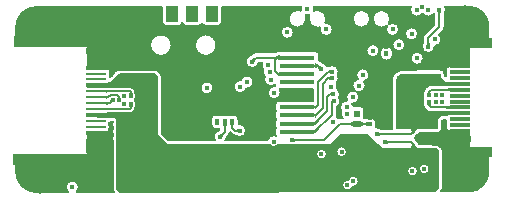
<source format=gbl>
G04 Layer: BottomLayer*
G04 EasyEDA Pro v2.2.20.11, 2024-05-07 19:26:09*
G04 Gerber Generator version 0.3*
G04 Scale: 100 percent, Rotated: No, Reflected: No*
G04 Dimensions in millimeters*
G04 Leading zeros omitted, absolute positions, 3 integers and 5 decimals*
%FSLAX35Y35*%
%MOMM*%
%AMPolygonMacro1*4,1,4,0.508,0.69999,-0.508,0.69999,-0.508,-0.69999,0.508,-0.69999,0.508,0.69999,0*%
%ADD8191C,0.2032*%
%ADD10PolygonMacro1*%
%ADD11R,1.016X1.4*%
%ADD12R,1.016X1.4*%
%ADD13R,2.99999X0.4*%
%ADD14C,2.99999*%
%ADD15R,2.0X0.6*%
%ADD16R,1.8X0.3*%
%ADD17R,0.3291X0.30312*%
%ADD18R,0.324X0.30312*%
%ADD19R,0.324X0.30312*%
%ADD20R,0.54X0.56566*%
%ADD21O,0.36401X0.60701*%
%ADD22R,1.6X1.0*%
%ADD23R,2.808X1.28252*%
%ADD24R,2.0X0.4*%
%ADD25R,1.7X0.25001*%
%ADD26R,1.7X0.25001*%
%ADD27R,2.0X0.4*%
%ADD28R,1.7X0.6*%
%ADD29R,1.7X1.3*%
%ADD30C,0.4*%
%ADD31C,0.55001*%
%ADD32C,0.37998*%
%ADD33C,0.18001*%
%ADD34C,0.2*%
%ADD35C,0.3*%
%ADD36C,0.172*%
G75*


G04 Copper Start*
G36*
G01X1680669Y8548624D02*
G01X1676987Y8548665D01*
G01X1676987Y8548665D01*
G01X1676766Y8548667D01*
G01X1676749Y8548667D01*
G01X1676588Y8548667D01*
G02X1512402Y8712852I0J164186D01*
G01X1512402Y8712855D01*
G01X1512341Y8714944D01*
G01X1512341Y8839479D01*
G01X1982132Y8839479D01*
G03X1985965Y8839274I3833J35608D01*
G01X1985965Y8839274D01*
G01X2085909Y8839274D01*
G01X2087954Y8839215D01*
G03X2123768Y8875029I0J35814D01*
G01X2123768Y8875029D01*
G01X2123768Y9051820D01*
G01X2274175Y9051820D01*
G01X2274175Y9051820D01*
G03X2309989Y9087634I0J35814D01*
G01X2309989Y9087634D01*
G01X2309989Y9112635D01*
G01X2309989Y9112635D01*
G03X2307735Y9125141I-35814J0D01*
G03X2309989Y9137646I-33560J12506D01*
G01X2309989Y9137646D01*
G01X2309989Y9144320D01*
G01X2328577Y9144320D01*
G03X2323219Y9118829I57956J-25491D01*
G03X2330783Y9088819I63315J0D01*
G03X2323219Y9058808I55751J-30010D01*
G03X2330776Y9028811I63315J0D01*
G03X2323219Y8998814I55757J-29997D01*
G03X2331112Y8968200I63315J0D01*
G01X2331112Y8568820D01*
G01X2331112Y8568820D01*
G03X2338555Y8550849I25414J0D01*
G01X2338555Y8550849D01*
G01X2340096Y8549309D01*
G01X2025639Y8548982D01*
G03X2042348Y8588807I-39105J39825D01*
G03X1986534Y8644621I-55814J0D01*
G03X1930720Y8588807I0J-55814D01*
G03X1947512Y8548901I55814J0D01*
G01X1680669Y8548624D01*
G37*
G36*
G01X3182686Y9017000D02*
G03X3193317Y8984233I55814J0D01*
G01X2797052Y8984233D01*
G01X2741939Y9039345D01*
G01X2741939Y9528818D01*
G01X2741939Y9528818D01*
G03X2734495Y9546788I-25414J0D01*
G01X2734495Y9546788D01*
G01X2704495Y9576788D01*
G01X2704495Y9576788D01*
G03X2686525Y9584232I-17970J-17970D01*
G01X2686525Y9584232D01*
G01X2386526Y9584232D01*
G01X2386526Y9584232D01*
G03X2373888Y9580867I0J-25414D01*
G01X2373888Y9580867D01*
G03X2324842Y9533075I12645J-62039D01*
G01X2309634Y9517867D01*
G03X2307760Y9525165I-35433J-5207D01*
G03X2310014Y9537671I-33560J12506D01*
G01X2310014Y9537671D01*
G01X2310014Y9562672D01*
G01X2310014Y9562672D01*
G03X2274200Y9598486I-35814J0D01*
G01X2274200Y9598486D01*
G01X2123514Y9598486D01*
G01X2123514Y9772385D01*
G03X2123633Y9775307I-35695J2922D01*
G03X2087819Y9811121I-35814J0D01*
G01X2087819Y9811121D01*
G01X1986219Y9811121D01*
G01X1986219Y9811121D01*
G01X1985013Y9811101D01*
G01X1512402Y9811101D01*
G01X1512402Y9948814D01*
G01X1512402Y9948817D01*
G02X1673780Y10112978I164186J-0D01*
G01X2744902Y10114128D01*
G01X2744902Y9988832D01*
G01X2744902Y9988832D01*
G03X2780716Y9953018I35814J0D01*
G01X2780716Y9953018D01*
G01X2855344Y9953018D01*
G01X2856535Y9953005D01*
G01X2857725Y9953018D01*
G01X2882316Y9953018D01*
G01X2882316Y9953018D01*
G03X2916517Y9978205I0J35814D01*
G03X2950718Y9953018I34201J10627D01*
G01X2950718Y9953018D01*
G01X3025346Y9953018D01*
G01X3026537Y9953005D01*
G01X3027728Y9953018D01*
G01X3052318Y9953018D01*
G01X3052318Y9953018D01*
G03X3084017Y9972165I0J35814D01*
G03X3115716Y9953018I31699J16667D01*
G01X3115716Y9953018D01*
G01X3135328Y9953018D01*
G01X3136519Y9953005D01*
G01X3137710Y9953018D01*
G01X3217316Y9953018D01*
G01X3217316Y9953018D01*
G03X3253130Y9988832I0J35814D01*
G01X3253130Y9988832D01*
G01X3253130Y10114674D01*
G01X3923228Y10115393D01*
G03X3920708Y10098811I53294J-16582D01*
G03X3922987Y10083027I55814J0D01*
G03X3892027Y10089637I-30960J-69204D01*
G03X3816213Y10013823I0J-75814D01*
G03X3892027Y9938009I75814J0D01*
G03X3967841Y10013823I0J75814D01*
G03X3961050Y10045185I-75814J0D01*
G03X3976522Y10042997I15473J53626D01*
G03X3993167Y10045537I0J55814D01*
G01X3993167Y10045537D01*
G03X3986215Y10013823I68862J-31714D01*
G03X4062029Y9938009I75814J0D01*
G03X4083449Y9941098I0J75814D01*
G01X4083449Y9941098D01*
G03X4080703Y9923805I53068J-17293D01*
G03X4136517Y9867991I55814J0D01*
G03X4192331Y9923805I0J55814D01*
G03X4136517Y9979619I-55814J0D01*
G03X4129461Y9979172I0J-55814D01*
G03X4137843Y10013823I-67432J34651D01*
G03X4062029Y10089637I-75814J0D01*
G03X4029897Y10082491I0J-75814D01*
G01X4029897Y10082491D01*
G03X4032336Y10098811I-53375J16320D01*
G03X4029781Y10115507I-55814J0D01*
G01X4852995Y10116391D01*
G03X4845700Y10088804I48520J-27587D01*
G03X4901514Y10032990I55814J0D01*
G03X4948132Y10058112I0J55814D01*
G03X4951527Y10058009I3395J55711D01*
G03X4954897Y10058111I0J55814D01*
G03X5001514Y10032990I46617J30693D01*
G03X5047540Y10057232I0J55814D01*
G01X5048204Y10055373D01*
G01X5048204Y9965291D01*
G01X4969199Y9886281D01*
G01X4969199Y9886281D01*
G03X4955781Y9853887I32396J-32394D01*
G01X4955781Y9853887D01*
G01X4955781Y9812253D01*
G01X4954597Y9808936D01*
G03X4945776Y9778822I46993J-30114D01*
G03X5001590Y9723008I55814J0D01*
G03X5057404Y9778822I0J55814D01*
G03X5057247Y9783008I-55814J0D01*
G03X5112344Y9838817I-717J55809D01*
G03X5093302Y9880806I-55814J0D01*
G01X5126415Y9913920D01*
G01X5126415Y9913920D01*
G03X5139832Y9946315I-32396J32394D01*
G01X5139832Y9946315D01*
G01X5139832Y10055376D01*
G01X5141018Y10058696D01*
G03X5149835Y10088804I-46997J30108D01*
G03X5142362Y10116702I-55814J0D01*
G01X5342310Y10116916D01*
G03X5345661Y10116759I3352J35657D01*
G01X5345664Y10116759D01*
G02X5509827Y9955292I-0J-164186D01*
G01X5509827Y9955292D01*
G03X5509725Y9952591I35712J-2700D01*
G01X5509725Y9952591D01*
G01X5509725Y9804527D01*
G01X5509725Y9804527D01*
G01X5509811Y9802041D01*
G01X5509811Y9794545D01*
G01X5378740Y9794545D01*
G01X5378740Y9794545D01*
G03X5342926Y9758731I0J-35814D01*
G01X5342926Y9758731D01*
G01X5342926Y9614473D01*
G01X5182786Y9614473D01*
G01X5182786Y9614473D01*
G03X5146972Y9578659I0J-35814D01*
G01X5146972Y9578659D01*
G01X5146972Y9548659D01*
G01X5146972Y9548659D01*
G03X5148384Y9538703I35814J0D01*
G03X5146973Y9529013I34402J-9956D01*
G01X5144768Y9531218D01*
G03X5144831Y9533865I-55751J2646D01*
G03X5089017Y9589679I-55814J0D01*
G03X5067770Y9585476I0J-55814D01*
G03X5046523Y9589679I-21247J-51612D01*
G03X5025276Y9585476I0J-55814D01*
G03X5004029Y9589679I-21247J-51612D01*
G03X4982782Y9585476I0J-55814D01*
G03X4961534Y9589679I-21247J-51612D01*
G03X4940275Y9585471I0J-55814D01*
G03X4919015Y9589679I-21260J-51606D01*
G03X4887649Y9580032I0J-55814D01*
G01X4769221Y9580032D01*
G01X4769221Y9580032D01*
G03X4743897Y9569542I0J-35814D01*
G01X4743896Y9569542D01*
G01X4743397Y9569043D01*
G03X4696105Y9520426I8130J-55219D01*
G03X4690707Y9501518I30416J-18908D01*
G01X4690707Y9501518D01*
G01X4690707Y9086319D01*
G01X4690707Y9086319D01*
G01X4690746Y9084655D01*
G01X4599917Y9084655D01*
G01X4596573Y9085847D01*
G03X4566514Y9094633I-30059J-47028D01*
G03X4554694Y9093367I0J-55814D01*
G03X4558533Y9109499I-31975J16133D01*
G01X4558533Y9109499D01*
G01X4558533Y9139812D01*
G01X4558533Y9139812D01*
G03X4522719Y9175626I-35814J0D01*
G01X4522719Y9175626D01*
G01X4490924Y9175626D01*
G01X4490321Y9175631D01*
G03X4484665Y9175181I0J-35814D01*
G01X4484665Y9175181D01*
G01X4461046Y9171404D01*
G01X4457687Y9173106D01*
G03X4459326Y9183815I-34176J10708D01*
G01X4459326Y9183815D01*
G01X4459326Y9240380D01*
G01X4459326Y9240380D01*
G03X4423512Y9276194I-35814J0D01*
G01X4423512Y9276194D01*
G01X4369511Y9276194D01*
G01X4369511Y9276194D01*
G03X4364042Y9275774I0J-35814D01*
G03X4356474Y9295731I-55009J-9448D01*
G01X4356474Y9295731D01*
G03X4361536Y9295501I5062J55584D01*
G03X4417350Y9351315I0J55814D01*
G03X4393980Y9396730I-55814J0D01*
G01X4393980Y9396730D01*
G03X4414012Y9393011I20032J52095D01*
G03X4469826Y9448825I0J55814D01*
G03X4457303Y9484054I-55814J0D01*
G03X4502338Y9538818I-10779J54763D01*
G03X4446524Y9594632I-55814J0D01*
G03X4390710Y9538818I0J-55814D01*
G03X4403233Y9503589I55814J0D01*
G01X4403233Y9503589D01*
G03X4358198Y9448825I10779J-54763D01*
G03X4381567Y9403410I55814J0D01*
G01X4381567Y9403410D01*
G03X4361536Y9407129I-20032J-52095D01*
G03X4305722Y9351315I0J-55814D01*
G03X4314095Y9321910I55814J0D01*
G03X4309034Y9322140I-5062J-55584D01*
G03X4253220Y9266326I0J-55814D01*
G03X4265489Y9231412I55814J0D01*
G03X4260713Y9208821I51038J-22591D01*
G03X4275229Y9171275I55814J0D01*
G01X4253250Y9171275D01*
G01X4253250Y9171275D01*
G03X4242823Y9170072I0J-45814D01*
G03X4225075Y9186872I-46311J-31152D01*
G03X4227441Y9201407I-43447J14535D01*
G01X4227441Y9201407D01*
G01X4227441Y9270789D01*
G03X4254840Y9318828I-28415J48039D01*
G03X4245553Y9349659I-55814J0D01*
G03X4252326Y9376308I-49041J26650D01*
G03X4229521Y9421315I-55814J0D01*
G03X4232336Y9438818I-52999J17503D01*
G03X4224278Y9467707I-55814J0D01*
G03X4242344Y9508820I-37748J41113D01*
G03X4234368Y9537573I-55814J0D01*
G03X4242344Y9566326I-47838J28753D01*
G03X4186530Y9622140I-55814J0D01*
G03X4156572Y9613419I0J-55814D01*
G01X4153155Y9612209D01*
G03X4147394Y9611745I792J-45807D01*
G03X4108428Y9643332I-50882J-22940D01*
G01X4105233Y9644843D01*
G01X4101491Y9648583D01*
G01X4101491Y9648583D01*
G03X4077671Y9661189I-32391J-32400D01*
G01X4077040Y9661420D01*
G03X4077373Y9666290I-35481J4870D01*
G01X4077373Y9666290D01*
G01X4077373Y9706290D01*
G01X4077373Y9706290D01*
G03X4041559Y9742104I-35814J0D01*
G01X4041559Y9742104D01*
G01X3741560Y9742104D01*
G01X3741560Y9742104D01*
G03X3729678Y9740076I0J-35814D01*
G01X3705756Y9732101D01*
G01X3544085Y9732101D01*
G01X3544085Y9732101D01*
G03X3511689Y9718683I0J-45814D01*
G01X3511689Y9718683D01*
G01X3501375Y9708369D01*
G01X3498197Y9706871D01*
G03X3454237Y9652330I11855J-54540D01*
G03X3510051Y9596516I55814J0D01*
G03X3564545Y9640260I0J55814D01*
G01X3564646Y9640473D01*
G01X3595047Y9640473D01*
G03X3590635Y9618726I51403J-21747D01*
G03X3604607Y9581788I55814J0D01*
G03X3600719Y9561322I51926J-20466D01*
G03X3616127Y9522818I55814J0D01*
G03X3610701Y9498813I50388J-24005D01*
G03X3666515Y9442999I55814J0D01*
G03X3705720Y9459086I0J55814D01*
G01X3705720Y9456308D01*
G01X3705720Y9456308D01*
G03X3708109Y9443447I35814J0D01*
G03X3696487Y9444670I-11622J-54591D01*
G03X3640673Y9388856I0J-55814D01*
G03X3696487Y9333042I55814J0D01*
G03X3752301Y9388856I0J55814D01*
G03X3742468Y9420494I-55814J0D01*
G01X4023286Y9420494D01*
G01X4023286Y9322242D01*
G01X3741560Y9322242D01*
G01X3741560Y9322242D01*
G03X3705746Y9286428I0J-35814D01*
G01X3705746Y9286428D01*
G01X3705746Y9246428D01*
G01X3705746Y9246428D01*
G03X3709062Y9231376I35814J0D01*
G03X3705746Y9216324I32497J-15052D01*
G01X3705746Y9216324D01*
G01X3705746Y9176324D01*
G01X3705746Y9176324D01*
G03X3709062Y9161272I35814J0D01*
G03X3705746Y9146220I32497J-15052D01*
G01X3705746Y9146220D01*
G01X3705746Y9106220D01*
G01X3705746Y9106220D01*
G03X3709004Y9091295I35814J0D01*
G03X3705746Y9076370I32556J-14925D01*
G01X3705746Y9076370D01*
G01X3705746Y9036370D01*
G01X3705746Y9036370D01*
G03X3707690Y9024730I35814J0D01*
G01X3707690Y9024730D01*
G03X3691534Y9027119I-16156J-53425D01*
G03X3637238Y8984233I0J-55814D01*
G01X3283683Y8984233D01*
G03X3293807Y9009496I-45183J32767D01*
G01X3308005Y9023695D01*
G01X3308005Y9023695D01*
G03X3320864Y9051451I-31405J31405D01*
G01X3335921Y9036395D01*
G01X3335921Y9036395D01*
G03X3367326Y9023386I31405J31405D01*
G01X3367326Y9023386D01*
G01X3369798Y9023386D01*
G03X3403600Y9011986I33802J44414D01*
G03X3459414Y9067800I0J55814D01*
G03X3403600Y9123614I-55814J0D01*
G03X3395158Y9122972I0J-55814D01*
G01X3395158Y9122972D01*
G03X3395613Y9129968I-53559J6996D01*
G01X3395613Y9129968D01*
G01X3395613Y9154268D01*
G01X3395613Y9154268D01*
G03X3341599Y9208282I-54014J0D01*
G03X3309099Y9197411I0J-54014D01*
G03X3276600Y9208282I-32499J-43143D01*
G03X3244101Y9197411I0J-54014D01*
G03X3211601Y9208282I-32499J-43143D01*
G03X3157587Y9154268I0J-54014D01*
G01X3157587Y9154268D01*
G01X3157587Y9129968D01*
G01X3157587Y9129968D01*
G03X3211601Y9075953I54014J0D01*
G03X3232186Y9080030I0J54014D01*
G01X3232186Y9073497D01*
G01X3230996Y9072307D01*
G03X3182686Y9017000I7504J-55307D01*
G37*
%LPC*%
G36*
G01X4699025Y9867991D02*
G03X4754839Y9923805I0J55814D01*
G03X4699025Y9979619I-55814J0D01*
G03X4663616Y9966949I0J-55814D01*
G03X4679843Y10013823I-59587J46874D01*
G03X4604029Y10089637I-75814J0D01*
G03X4528215Y10013823I0J-75814D01*
G03X4604029Y9938009I75814J0D01*
G03X4654040Y9956843I0J75814D01*
G03X4643211Y9923805I44986J-33038D01*
G03X4699025Y9867991I55814J0D01*
G37*
G36*
G01X2736520Y9699970D02*
G03X2827335Y9790786I0J90815D01*
G03X2736520Y9881601I-90815J0D01*
G03X2645705Y9790786I0J-90815D01*
G03X2736520Y9699970I90815J0D01*
G37*
G36*
G01X3025689Y9790786D02*
G03X3116504Y9699970I90815J0D01*
G03X3207319Y9790786I0J90815D01*
G03X3116504Y9881601I-90815J0D01*
G03X3025689Y9790786I0J-90815D01*
G37*
G36*
G01X3350707Y9438818D02*
G03X3406521Y9383004I55814J0D01*
G03X3460155Y9423372I0J55814D01*
G03X3466516Y9423009I6360J55450D01*
G03X3522330Y9478823I0J55814D01*
G03X3466516Y9534637I-55814J0D01*
G03X3412881Y9494268I0J-55814D01*
G03X3406521Y9494632I-6360J-55450D01*
G03X3350707Y9438818I0J-55814D01*
G37*
G36*
G01X4434027Y9938009D02*
G03X4509841Y10013823I0J75814D01*
G03X4434027Y10089637I-75814J0D01*
G03X4358213Y10013823I0J-75814D01*
G03X4434027Y9938009I75814J0D01*
G37*
G36*
G01X4590633Y9713722D02*
G03X4646447Y9657908I55814J0D01*
G03X4702261Y9713722I0J55814D01*
G03X4698538Y9733767I-55814J0D01*
G01X4698538Y9739826D01*
G01X4698538Y9739826D01*
G03X4662724Y9775640I-35814J0D01*
G01X4662724Y9775640D01*
G01X4630323Y9775640D01*
G01X4630323Y9775640D01*
G03X4594509Y9739826I0J-35814D01*
G01X4594509Y9739826D01*
G01X4594509Y9734159D01*
G03X4590633Y9713722I51938J-20437D01*
G37*
G36*
G01X3126537Y9372996D02*
G03X3182351Y9428810I0J55814D01*
G03X3126537Y9484624I-55814J0D01*
G03X3070723Y9428810I0J-55814D01*
G03X3126537Y9372996I55814J0D01*
G37*
G36*
G01X4751527Y9737994D02*
G03X4807341Y9793808I0J55814D01*
G03X4751527Y9849622I-55814J0D01*
G03X4695713Y9793808I0J-55814D01*
G03X4751527Y9737994I55814J0D01*
G37*
G36*
G01X4858766Y9830755D02*
G03X4914580Y9886569I0J55814D01*
G03X4858766Y9942383I-55814J0D01*
G03X4802952Y9886569I0J-55814D01*
G03X4858766Y9830755I55814J0D01*
G37*
G36*
G01X3806520Y9842998D02*
G03X3862334Y9898812I0J55814D01*
G03X3806520Y9954626I-55814J0D01*
G03X3750706Y9898812I0J-55814D01*
G03X3806520Y9842998I55814J0D01*
G37*
G36*
G01X4475698Y9743821D02*
G03X4531512Y9688007I55814J0D01*
G03X4587326Y9743821I0J55814D01*
G03X4531512Y9799635I-55814J0D01*
G03X4475698Y9743821I0J-55814D01*
G37*
G36*
G01X4906518Y9623008D02*
G03X4962332Y9678822I0J55814D01*
G03X4906518Y9734636I-55814J0D01*
G03X4850704Y9678822I0J-55814D01*
G03X4906518Y9623008I55814J0D01*
G37*
%LPD*%
G36*
G01X2390353Y8549361D02*
G01X2366686Y8573028D01*
G01X2366686Y9158818D01*
G01X2366686Y9158818D01*
G03X2363710Y9166003I-10160J0D01*
G01X2363710Y9166003D01*
G01X2348711Y9181001D01*
G01X2348711Y9181001D01*
G03X2341527Y9183977I-7184J-7184D01*
G01X2341527Y9183977D01*
G01X2287992Y9183977D01*
G03X2274175Y9188061I-13817J-21330D01*
G01X2274175Y9188061D01*
G01X2119069Y9188061D01*
G01X2118871Y9212232D01*
G01X2273925Y9212232D01*
G01X2274179Y9212231D01*
G01X2276498Y9212337D01*
G01X2276498Y9212337D01*
G01X2302253Y9214697D01*
G01X2474248Y9213470D01*
G01X2474248Y9213470D01*
G01X2474493Y9213469D01*
G03X2498528Y9223252I0J34414D01*
G01X2498528Y9223252D01*
G01X2508685Y9233163D01*
G01X2508685Y9233163D01*
G03X2519065Y9257795I-24034J24632D01*
G01X2519065Y9257795D01*
G01X2519065Y9260562D01*
G01X2521732Y9266832D01*
G03X2529991Y9292946I-37155J26114D01*
G03X2513514Y9327947I-45414J0D01*
G03X2529991Y9362948I-28937J35001D01*
G03X2521733Y9389061I-45414J0D01*
G01X2518963Y9395575D01*
G03X2508986Y9417252I-34312J-2658D01*
G01X2508986Y9417252D01*
G01X2496032Y9430206D01*
G01X2496032Y9430206D01*
G03X2471697Y9440286I-24335J-24335D01*
G01X2471697Y9440286D01*
G01X2292378Y9440286D01*
G01X2292378Y9440286D01*
G03X2279060Y9437605I0J-34414D01*
G03X2274200Y9438074I-4860J-24945D01*
G01X2274200Y9438074D01*
G01X2117020Y9438074D01*
G01X2116845Y9459498D01*
G03X2118623Y9462244I-29145J20814D01*
G01X2274200Y9462244D01*
G01X2274200Y9462244D01*
G03X2291078Y9468658I0J25414D01*
G01X2306526Y9468658D01*
G01X2306526Y9468658D01*
G03X2313710Y9471634I0J10160D01*
G01X2313710Y9471634D01*
G01X2390734Y9548658D01*
G01X2682317Y9548658D01*
G01X2706365Y9524609D01*
G01X2706365Y9028819D01*
G01X2706365Y9028819D01*
G03X2709341Y9021634I10160J0D01*
G01X2709341Y9021634D01*
G01X2779341Y8951635D01*
G01X2779341Y8951635D01*
G03X2786525Y8948659I7184J7184D01*
G01X2786525Y8948659D01*
G01X3652170Y8948659D01*
G03X3691534Y8925891I39364J22647D01*
G03X3730899Y8948659I0J45414D01*
G01X3825297Y8948659D01*
G03X3846525Y8943392I21228J40147D01*
G03X3867753Y8948659I0J45414D01*
G01X4572313Y8948659D01*
G01X4609337Y8911635D01*
G01X4609337Y8911635D01*
G03X4616521Y8908659I7184J7184D01*
G01X4616521Y8908659D01*
G01X5072312Y8908659D01*
G01X5086360Y8894610D01*
G01X5086360Y8583028D01*
G01X5055459Y8552126D01*
G01X2390353Y8549361D01*
G37*
%LPC*%
G36*
G01X4316527Y8560893D02*
G03X4360198Y8593847I0J45414D01*
G03X4366514Y8593405I6316J44973D01*
G03X4411928Y8638819I0J45414D01*
G03X4366514Y8684233I-45414J0D01*
G03X4322843Y8651280I0J-45414D01*
G03X4316527Y8651721I-6316J-44973D01*
G03X4271113Y8606307I0J-45414D01*
G03X4316527Y8560893I45414J0D01*
G37*
G36*
G01X4866472Y8679214D02*
G03X4911886Y8724628I0J45414D01*
G03X4866472Y8770042I-45414J0D01*
G03X4821058Y8724628I0J-45414D01*
G03X4866472Y8679214I45414J0D01*
G37*
G36*
G01X4966472Y8697495D02*
G03X5011886Y8742909I0J45414D01*
G03X4966472Y8788323I-45414J0D01*
G03X4921058Y8742909I0J-45414D01*
G03X4966472Y8697495I45414J0D01*
G37*
G36*
G01X4096512Y8823402D02*
G03X4141926Y8868816I0J45414D01*
G03X4096512Y8914230I-45414J0D01*
G03X4051098Y8868816I0J-45414D01*
G03X4096512Y8823402I45414J0D01*
G37*
G36*
G01X4221100Y8888832D02*
G03X4266514Y8843418I45414J0D01*
G03X4311928Y8888832I0J45414D01*
G03X4266514Y8934246I-45414J0D01*
G03X4221100Y8888832I0J-45414D01*
G37*
%LPD*%
G36*
G01X4738230Y9088979D02*
G01X4736681Y9090528D01*
G01X4736681Y9497309D01*
G01X4773429Y9534058D01*
G01X5076912Y9534058D01*
G01X5134337Y9476632D01*
G01X5134337Y9476632D01*
G03X5141521Y9473656I7184J7184D01*
G01X5141521Y9473656D01*
G01X5157231Y9473656D01*
G03X5175318Y9463721I25555J25091D01*
G01X5149715Y9459305D01*
G01X5027704Y9459305D01*
G01X5027704Y9459305D01*
G03X4995511Y9446088I0J-45814D01*
G01X4995511Y9446088D01*
G01X4974427Y9425266D01*
G01X4974427Y9425266D01*
G03X4962168Y9403760I32193J-32597D01*
G01X4961153Y9401725D01*
G03X4950983Y9369603I45644J-32122D01*
G03X4959730Y9339605I55814J0D01*
G03X4950983Y9309608I47068J-29997D01*
G03X4959593Y9279826I55814J0D01*
G01X4961240Y9275119D01*
G03X4974222Y9249021I45379J6295D01*
G01X4974222Y9249021D01*
G01X4992253Y9230987D01*
G01X4992253Y9230987D01*
G03X5024651Y9217566I32398J32393D01*
G01X5024651Y9217566D01*
G01X5149919Y9217566D01*
G01X5174585Y9213598D01*
G03X5155119Y9201478I8201J-34862D01*
G01X5111521Y9201478D01*
G01X5111521Y9201478D01*
G03X5104337Y9198502I0J-10160D01*
G01X5104337Y9198502D01*
G01X5074337Y9168502D01*
G01X5074337Y9168502D01*
G03X5071361Y9161318I7184J-7184D01*
G01X5071361Y9161318D01*
G01X5071361Y9090528D01*
G01X5069812Y9088979D01*
G01X4738230Y9088979D01*
G37*
G36*
G01X5347764Y8552430D02*
G01X5105820Y8552179D01*
G01X5114491Y8560849D01*
G01X5114491Y8560849D01*
G03X5121934Y8578820I-17970J17970D01*
G01X5121934Y8578820D01*
G01X5121934Y8898819D01*
G01X5121934Y8898819D01*
G03X5114491Y8916789I-25414J0D01*
G01X5114491Y8916789D01*
G01X5094491Y8936789D01*
G01X5094491Y8936789D01*
G03X5076520Y8944233I-17970J-17970D01*
G01X5076520Y8944233D01*
G01X5042156Y8944233D01*
G03X5016920Y8954634I-25236J-25413D01*
G01X5016920Y8954634D01*
G01X4923702Y8954634D01*
G01X4921029Y8959981D01*
G03X4908755Y8981529I-44460J-11055D01*
G01X4908755Y8981529D01*
G01X4888687Y9001341D01*
G01X4888687Y9001341D01*
G03X4886001Y9003789I-32186J-32603D01*
G03X4888896Y9006446I-29500J35052D01*
G01X4888896Y9006446D01*
G01X4908964Y9026515D01*
G01X4908964Y9026515D01*
G03X4919529Y9042993I-32395J32395D01*
G01X5016920Y9042993D01*
G01X5016920Y9042993D01*
G01X5017825Y9043005D01*
G01X5074021Y9043005D01*
G01X5074021Y9043005D01*
G03X5099345Y9053494I0J35814D01*
G01X5099345Y9053494D01*
G01X5106846Y9060995D01*
G01X5106846Y9060995D01*
G03X5117335Y9086319I-25324J25324D01*
G01X5117335Y9086319D01*
G01X5117335Y9146483D01*
G01X5126356Y9155504D01*
G01X5146972Y9155504D01*
G01X5146972Y9148736D01*
G01X5146972Y9148736D01*
G03X5148402Y9138717I35814J0D01*
G03X5146972Y9128698I34384J-10019D01*
G01X5146972Y9128698D01*
G01X5146972Y9098698D01*
G01X5146972Y9098698D01*
G03X5182786Y9062884I35814J0D01*
G01X5182786Y9062884D01*
G01X5342926Y9062884D01*
G01X5342926Y8918613D01*
G01X5342926Y8918613D01*
G01X5342926Y8918496D01*
G01X5342926Y8918496D01*
G03X5378740Y8882682I35814J0D01*
G03X5381630Y8882799I0J35814D01*
G01X5509847Y8882799D01*
G01X5509847Y8716604D01*
G01X5509847Y8716604D01*
G01X5509849Y8716217D01*
G01X5509849Y8716217D01*
G02X5347764Y8552430I-164185J384D01*
G37*
G54D8191*
G01X1680669Y8548624D02*
G01X1676987Y8548665D01*
G01X1676987Y8548665D01*
G01X1676766Y8548667D01*
G01X1676749Y8548667D01*
G01X1676588Y8548667D01*
G02X1512402Y8712852I0J164186D01*
G01X1512402Y8712855D01*
G01X1512341Y8714944D01*
G01X1512341Y8839479D01*
G01X1982132Y8839479D01*
G03X1985965Y8839274I3833J35608D01*
G01X1985965Y8839274D01*
G01X2085909Y8839274D01*
G01X2087954Y8839215D01*
G03X2123768Y8875029I0J35814D01*
G01X2123768Y8875029D01*
G01X2123768Y9051820D01*
G01X2274175Y9051820D01*
G01X2274175Y9051820D01*
G03X2309989Y9087634I0J35814D01*
G01X2309989Y9087634D01*
G01X2309989Y9112635D01*
G01X2309989Y9112635D01*
G03X2307735Y9125141I-35814J0D01*
G03X2309989Y9137646I-33560J12506D01*
G01X2309989Y9137646D01*
G01X2309989Y9144320D01*
G01X2328577Y9144320D01*
G03X2323219Y9118829I57956J-25491D01*
G03X2330783Y9088819I63315J0D01*
G03X2323219Y9058808I55751J-30010D01*
G03X2330776Y9028811I63315J0D01*
G03X2323219Y8998814I55757J-29997D01*
G03X2331112Y8968200I63315J0D01*
G01X2331112Y8568820D01*
G01X2331112Y8568820D01*
G03X2338555Y8550849I25414J0D01*
G01X2338555Y8550849D01*
G01X2340096Y8549309D01*
G01X2025639Y8548982D01*
G03X2042348Y8588807I-39105J39825D01*
G03X1986534Y8644621I-55814J0D01*
G03X1930720Y8588807I0J-55814D01*
G03X1947512Y8548901I55814J0D01*
G01X1680669Y8548624D01*
G01X3182686Y9017000D02*
G03X3193317Y8984233I55814J0D01*
G01X2797052Y8984233D01*
G01X2741939Y9039345D01*
G01X2741939Y9528818D01*
G01X2741939Y9528818D01*
G03X2734495Y9546788I-25414J0D01*
G01X2734495Y9546788D01*
G01X2704495Y9576788D01*
G01X2704495Y9576788D01*
G03X2686525Y9584232I-17970J-17970D01*
G01X2686525Y9584232D01*
G01X2386526Y9584232D01*
G01X2386526Y9584232D01*
G03X2373888Y9580867I0J-25414D01*
G01X2373888Y9580867D01*
G03X2324842Y9533075I12645J-62039D01*
G01X2309634Y9517867D01*
G03X2307760Y9525165I-35433J-5207D01*
G03X2310014Y9537671I-33560J12506D01*
G01X2310014Y9537671D01*
G01X2310014Y9562672D01*
G01X2310014Y9562672D01*
G03X2274200Y9598486I-35814J0D01*
G01X2274200Y9598486D01*
G01X2123514Y9598486D01*
G01X2123514Y9772385D01*
G03X2123633Y9775307I-35695J2922D01*
G03X2087819Y9811121I-35814J0D01*
G01X2087819Y9811121D01*
G01X1986219Y9811121D01*
G01X1986219Y9811121D01*
G01X1985013Y9811101D01*
G01X1512402Y9811101D01*
G01X1512402Y9948814D01*
G01X1512402Y9948817D01*
G02X1673780Y10112978I164186J-0D01*
G01X2744902Y10114128D01*
G01X2744902Y9988832D01*
G01X2744902Y9988832D01*
G03X2780716Y9953018I35814J0D01*
G01X2780716Y9953018D01*
G01X2855344Y9953018D01*
G01X2856535Y9953005D01*
G01X2857725Y9953018D01*
G01X2882316Y9953018D01*
G01X2882316Y9953018D01*
G03X2916517Y9978205I0J35814D01*
G03X2950718Y9953018I34201J10627D01*
G01X2950718Y9953018D01*
G01X3025346Y9953018D01*
G01X3026537Y9953005D01*
G01X3027728Y9953018D01*
G01X3052318Y9953018D01*
G01X3052318Y9953018D01*
G03X3084017Y9972165I0J35814D01*
G03X3115716Y9953018I31699J16667D01*
G01X3115716Y9953018D01*
G01X3135328Y9953018D01*
G01X3136519Y9953005D01*
G01X3137710Y9953018D01*
G01X3217316Y9953018D01*
G01X3217316Y9953018D01*
G03X3253130Y9988832I0J35814D01*
G01X3253130Y9988832D01*
G01X3253130Y10114674D01*
G01X3923228Y10115393D01*
G03X3920708Y10098811I53294J-16582D01*
G03X3922987Y10083027I55814J0D01*
G03X3892027Y10089637I-30960J-69204D01*
G03X3816213Y10013823I0J-75814D01*
G03X3892027Y9938009I75814J0D01*
G03X3967841Y10013823I0J75814D01*
G03X3961050Y10045185I-75814J0D01*
G03X3976522Y10042997I15473J53626D01*
G03X3993167Y10045537I0J55814D01*
G01X3993167Y10045537D01*
G03X3986215Y10013823I68862J-31714D01*
G03X4062029Y9938009I75814J0D01*
G03X4083449Y9941098I0J75814D01*
G01X4083449Y9941098D01*
G03X4080703Y9923805I53068J-17293D01*
G03X4136517Y9867991I55814J0D01*
G03X4192331Y9923805I0J55814D01*
G03X4136517Y9979619I-55814J0D01*
G03X4129461Y9979172I0J-55814D01*
G03X4137843Y10013823I-67432J34651D01*
G03X4062029Y10089637I-75814J0D01*
G03X4029897Y10082491I0J-75814D01*
G01X4029897Y10082491D01*
G03X4032336Y10098811I-53375J16320D01*
G03X4029781Y10115507I-55814J0D01*
G01X4852995Y10116391D01*
G03X4845700Y10088804I48520J-27587D01*
G03X4901514Y10032990I55814J0D01*
G03X4948132Y10058112I0J55814D01*
G03X4951527Y10058009I3395J55711D01*
G03X4954897Y10058111I0J55814D01*
G03X5001514Y10032990I46617J30693D01*
G03X5047540Y10057232I0J55814D01*
G01X5048204Y10055373D01*
G01X5048204Y9965291D01*
G01X4969199Y9886281D01*
G01X4969199Y9886281D01*
G03X4955781Y9853887I32396J-32394D01*
G01X4955781Y9853887D01*
G01X4955781Y9812253D01*
G01X4954597Y9808936D01*
G03X4945776Y9778822I46993J-30114D01*
G03X5001590Y9723008I55814J0D01*
G03X5057404Y9778822I0J55814D01*
G03X5057247Y9783008I-55814J0D01*
G03X5112344Y9838817I-717J55809D01*
G03X5093302Y9880806I-55814J0D01*
G01X5126415Y9913920D01*
G01X5126415Y9913920D01*
G03X5139832Y9946315I-32396J32394D01*
G01X5139832Y9946315D01*
G01X5139832Y10055376D01*
G01X5141018Y10058696D01*
G03X5149835Y10088804I-46997J30108D01*
G03X5142362Y10116702I-55814J0D01*
G01X5342310Y10116916D01*
G03X5345661Y10116759I3352J35657D01*
G01X5345664Y10116759D01*
G02X5509827Y9955292I-0J-164186D01*
G01X5509827Y9955292D01*
G03X5509725Y9952591I35712J-2700D01*
G01X5509725Y9952591D01*
G01X5509725Y9804527D01*
G01X5509725Y9804527D01*
G01X5509811Y9802041D01*
G01X5509811Y9794545D01*
G01X5378740Y9794545D01*
G01X5378740Y9794545D01*
G03X5342926Y9758731I0J-35814D01*
G01X5342926Y9758731D01*
G01X5342926Y9614473D01*
G01X5182786Y9614473D01*
G01X5182786Y9614473D01*
G03X5146972Y9578659I0J-35814D01*
G01X5146972Y9578659D01*
G01X5146972Y9548659D01*
G01X5146972Y9548659D01*
G03X5148384Y9538703I35814J0D01*
G03X5146973Y9529013I34402J-9956D01*
G01X5144768Y9531218D01*
G03X5144831Y9533865I-55751J2646D01*
G03X5089017Y9589679I-55814J0D01*
G03X5067770Y9585476I0J-55814D01*
G03X5046523Y9589679I-21247J-51612D01*
G03X5025276Y9585476I0J-55814D01*
G03X5004029Y9589679I-21247J-51612D01*
G03X4982782Y9585476I0J-55814D01*
G03X4961534Y9589679I-21247J-51612D01*
G03X4940275Y9585471I0J-55814D01*
G03X4919015Y9589679I-21260J-51606D01*
G03X4887649Y9580032I0J-55814D01*
G01X4769221Y9580032D01*
G01X4769221Y9580032D01*
G03X4743897Y9569542I0J-35814D01*
G01X4743896Y9569542D01*
G01X4743397Y9569043D01*
G03X4696105Y9520426I8130J-55219D01*
G03X4690707Y9501518I30416J-18908D01*
G01X4690707Y9501518D01*
G01X4690707Y9086319D01*
G01X4690707Y9086319D01*
G01X4690746Y9084655D01*
G01X4599917Y9084655D01*
G01X4596573Y9085847D01*
G03X4566514Y9094633I-30059J-47028D01*
G03X4554694Y9093367I0J-55814D01*
G03X4558533Y9109499I-31975J16133D01*
G01X4558533Y9109499D01*
G01X4558533Y9139812D01*
G01X4558533Y9139812D01*
G03X4522719Y9175626I-35814J0D01*
G01X4522719Y9175626D01*
G01X4490924Y9175626D01*
G01X4490321Y9175631D01*
G03X4484665Y9175181I0J-35814D01*
G01X4484665Y9175181D01*
G01X4461046Y9171404D01*
G01X4457687Y9173106D01*
G03X4459326Y9183815I-34176J10708D01*
G01X4459326Y9183815D01*
G01X4459326Y9240380D01*
G01X4459326Y9240380D01*
G03X4423512Y9276194I-35814J0D01*
G01X4423512Y9276194D01*
G01X4369511Y9276194D01*
G01X4369511Y9276194D01*
G03X4364042Y9275774I0J-35814D01*
G03X4356474Y9295731I-55009J-9448D01*
G01X4356474Y9295731D01*
G03X4361536Y9295501I5062J55584D01*
G03X4417350Y9351315I0J55814D01*
G03X4393980Y9396730I-55814J0D01*
G01X4393980Y9396730D01*
G03X4414012Y9393011I20032J52095D01*
G03X4469826Y9448825I0J55814D01*
G03X4457303Y9484054I-55814J0D01*
G03X4502338Y9538818I-10779J54763D01*
G03X4446524Y9594632I-55814J0D01*
G03X4390710Y9538818I0J-55814D01*
G03X4403233Y9503589I55814J0D01*
G01X4403233Y9503589D01*
G03X4358198Y9448825I10779J-54763D01*
G03X4381567Y9403410I55814J0D01*
G01X4381567Y9403410D01*
G03X4361536Y9407129I-20032J-52095D01*
G03X4305722Y9351315I0J-55814D01*
G03X4314095Y9321910I55814J0D01*
G03X4309034Y9322140I-5062J-55584D01*
G03X4253220Y9266326I0J-55814D01*
G03X4265489Y9231412I55814J0D01*
G03X4260713Y9208821I51038J-22591D01*
G03X4275229Y9171275I55814J0D01*
G01X4253250Y9171275D01*
G01X4253250Y9171275D01*
G03X4242823Y9170072I0J-45814D01*
G03X4225075Y9186872I-46311J-31152D01*
G03X4227441Y9201407I-43447J14535D01*
G01X4227441Y9201407D01*
G01X4227441Y9270789D01*
G03X4254840Y9318828I-28415J48039D01*
G03X4245553Y9349659I-55814J0D01*
G03X4252326Y9376308I-49041J26650D01*
G03X4229521Y9421315I-55814J0D01*
G03X4232336Y9438818I-52999J17503D01*
G03X4224278Y9467707I-55814J0D01*
G03X4242344Y9508820I-37748J41113D01*
G03X4234368Y9537573I-55814J0D01*
G03X4242344Y9566326I-47838J28753D01*
G03X4186530Y9622140I-55814J0D01*
G03X4156572Y9613419I0J-55814D01*
G01X4153155Y9612209D01*
G03X4147394Y9611745I792J-45807D01*
G03X4108428Y9643332I-50882J-22940D01*
G01X4105233Y9644843D01*
G01X4101491Y9648583D01*
G01X4101491Y9648583D01*
G03X4077671Y9661189I-32391J-32400D01*
G01X4077040Y9661420D01*
G03X4077373Y9666290I-35481J4870D01*
G01X4077373Y9666290D01*
G01X4077373Y9706290D01*
G01X4077373Y9706290D01*
G03X4041559Y9742104I-35814J0D01*
G01X4041559Y9742104D01*
G01X3741560Y9742104D01*
G01X3741560Y9742104D01*
G03X3729678Y9740076I0J-35814D01*
G01X3705756Y9732101D01*
G01X3544085Y9732101D01*
G01X3544085Y9732101D01*
G03X3511689Y9718683I0J-45814D01*
G01X3511689Y9718683D01*
G01X3501375Y9708369D01*
G01X3498197Y9706871D01*
G03X3454237Y9652330I11855J-54540D01*
G03X3510051Y9596516I55814J0D01*
G03X3564545Y9640260I0J55814D01*
G01X3564646Y9640473D01*
G01X3595047Y9640473D01*
G03X3590635Y9618726I51403J-21747D01*
G03X3604607Y9581788I55814J0D01*
G03X3600719Y9561322I51926J-20466D01*
G03X3616127Y9522818I55814J0D01*
G03X3610701Y9498813I50388J-24005D01*
G03X3666515Y9442999I55814J0D01*
G03X3705720Y9459086I0J55814D01*
G01X3705720Y9456308D01*
G01X3705720Y9456308D01*
G03X3708109Y9443447I35814J0D01*
G03X3696487Y9444670I-11622J-54591D01*
G03X3640673Y9388856I0J-55814D01*
G03X3696487Y9333042I55814J0D01*
G03X3752301Y9388856I0J55814D01*
G03X3742468Y9420494I-55814J0D01*
G01X4023286Y9420494D01*
G01X4023286Y9322242D01*
G01X3741560Y9322242D01*
G01X3741560Y9322242D01*
G03X3705746Y9286428I0J-35814D01*
G01X3705746Y9286428D01*
G01X3705746Y9246428D01*
G01X3705746Y9246428D01*
G03X3709062Y9231376I35814J0D01*
G03X3705746Y9216324I32497J-15052D01*
G01X3705746Y9216324D01*
G01X3705746Y9176324D01*
G01X3705746Y9176324D01*
G03X3709062Y9161272I35814J0D01*
G03X3705746Y9146220I32497J-15052D01*
G01X3705746Y9146220D01*
G01X3705746Y9106220D01*
G01X3705746Y9106220D01*
G03X3709004Y9091295I35814J0D01*
G03X3705746Y9076370I32556J-14925D01*
G01X3705746Y9076370D01*
G01X3705746Y9036370D01*
G01X3705746Y9036370D01*
G03X3707690Y9024730I35814J0D01*
G01X3707690Y9024730D01*
G03X3691534Y9027119I-16156J-53425D01*
G03X3637238Y8984233I0J-55814D01*
G01X3283683Y8984233D01*
G03X3293807Y9009496I-45183J32767D01*
G01X3308005Y9023695D01*
G01X3308005Y9023695D01*
G03X3320864Y9051451I-31405J31405D01*
G01X3335921Y9036395D01*
G01X3335921Y9036395D01*
G03X3367326Y9023386I31405J31405D01*
G01X3367326Y9023386D01*
G01X3369798Y9023386D01*
G03X3403600Y9011986I33802J44414D01*
G03X3459414Y9067800I0J55814D01*
G03X3403600Y9123614I-55814J0D01*
G03X3395158Y9122972I0J-55814D01*
G01X3395158Y9122972D01*
G03X3395613Y9129968I-53559J6996D01*
G01X3395613Y9129968D01*
G01X3395613Y9154268D01*
G01X3395613Y9154268D01*
G03X3341599Y9208282I-54014J0D01*
G03X3309099Y9197411I0J-54014D01*
G03X3276600Y9208282I-32499J-43143D01*
G03X3244101Y9197411I0J-54014D01*
G03X3211601Y9208282I-32499J-43143D01*
G03X3157587Y9154268I0J-54014D01*
G01X3157587Y9154268D01*
G01X3157587Y9129968D01*
G01X3157587Y9129968D01*
G03X3211601Y9075953I54014J0D01*
G03X3232186Y9080030I0J54014D01*
G01X3232186Y9073497D01*
G01X3230996Y9072307D01*
G03X3182686Y9017000I7504J-55307D01*
G01X4699025Y9867991D02*
G03X4754839Y9923805I0J55814D01*
G03X4699025Y9979619I-55814J0D01*
G03X4663616Y9966949I0J-55814D01*
G03X4679843Y10013823I-59587J46874D01*
G03X4604029Y10089637I-75814J0D01*
G03X4528215Y10013823I0J-75814D01*
G03X4604029Y9938009I75814J0D01*
G03X4654040Y9956843I0J75814D01*
G03X4643211Y9923805I44986J-33038D01*
G03X4699025Y9867991I55814J0D01*
G01X2736520Y9699970D02*
G03X2827335Y9790786I0J90815D01*
G03X2736520Y9881601I-90815J0D01*
G03X2645705Y9790786I0J-90815D01*
G03X2736520Y9699970I90815J0D01*
G01X3025689Y9790786D02*
G03X3116504Y9699970I90815J0D01*
G03X3207319Y9790786I0J90815D01*
G03X3116504Y9881601I-90815J0D01*
G03X3025689Y9790786I0J-90815D01*
G01X3350707Y9438818D02*
G03X3406521Y9383004I55814J0D01*
G03X3460155Y9423372I0J55814D01*
G03X3466516Y9423009I6360J55450D01*
G03X3522330Y9478823I0J55814D01*
G03X3466516Y9534637I-55814J0D01*
G03X3412881Y9494268I0J-55814D01*
G03X3406521Y9494632I-6360J-55450D01*
G03X3350707Y9438818I0J-55814D01*
G01X4434027Y9938009D02*
G03X4509841Y10013823I0J75814D01*
G03X4434027Y10089637I-75814J0D01*
G03X4358213Y10013823I0J-75814D01*
G03X4434027Y9938009I75814J0D01*
G01X4590633Y9713722D02*
G03X4646447Y9657908I55814J0D01*
G03X4702261Y9713722I0J55814D01*
G03X4698538Y9733767I-55814J0D01*
G01X4698538Y9739826D01*
G01X4698538Y9739826D01*
G03X4662724Y9775640I-35814J0D01*
G01X4662724Y9775640D01*
G01X4630323Y9775640D01*
G01X4630323Y9775640D01*
G03X4594509Y9739826I0J-35814D01*
G01X4594509Y9739826D01*
G01X4594509Y9734159D01*
G03X4590633Y9713722I51938J-20437D01*
G01X3126537Y9372996D02*
G03X3182351Y9428810I0J55814D01*
G03X3126537Y9484624I-55814J0D01*
G03X3070723Y9428810I0J-55814D01*
G03X3126537Y9372996I55814J0D01*
G01X4751527Y9737994D02*
G03X4807341Y9793808I0J55814D01*
G03X4751527Y9849622I-55814J0D01*
G03X4695713Y9793808I0J-55814D01*
G03X4751527Y9737994I55814J0D01*
G01X4858766Y9830755D02*
G03X4914580Y9886569I0J55814D01*
G03X4858766Y9942383I-55814J0D01*
G03X4802952Y9886569I0J-55814D01*
G03X4858766Y9830755I55814J0D01*
G01X3806520Y9842998D02*
G03X3862334Y9898812I0J55814D01*
G03X3806520Y9954626I-55814J0D01*
G03X3750706Y9898812I0J-55814D01*
G03X3806520Y9842998I55814J0D01*
G01X4475698Y9743821D02*
G03X4531512Y9688007I55814J0D01*
G03X4587326Y9743821I0J55814D01*
G03X4531512Y9799635I-55814J0D01*
G03X4475698Y9743821I0J-55814D01*
G01X4906518Y9623008D02*
G03X4962332Y9678822I0J55814D01*
G03X4906518Y9734636I-55814J0D01*
G03X4850704Y9678822I0J-55814D01*
G03X4906518Y9623008I55814J0D01*
G01X2390353Y8549361D02*
G01X2366686Y8573028D01*
G01X2366686Y9158818D01*
G01X2366686Y9158818D01*
G03X2363710Y9166003I-10160J0D01*
G01X2363710Y9166003D01*
G01X2348711Y9181001D01*
G01X2348711Y9181001D01*
G03X2341527Y9183977I-7184J-7184D01*
G01X2341527Y9183977D01*
G01X2287992Y9183977D01*
G03X2274175Y9188061I-13817J-21330D01*
G01X2274175Y9188061D01*
G01X2119069Y9188061D01*
G01X2118871Y9212232D01*
G01X2273925Y9212232D01*
G01X2274179Y9212231D01*
G01X2276498Y9212337D01*
G01X2276498Y9212337D01*
G01X2302253Y9214697D01*
G01X2474248Y9213470D01*
G01X2474248Y9213470D01*
G01X2474493Y9213469D01*
G03X2498528Y9223252I0J34414D01*
G01X2498528Y9223252D01*
G01X2508685Y9233163D01*
G01X2508685Y9233163D01*
G03X2519065Y9257795I-24034J24632D01*
G01X2519065Y9257795D01*
G01X2519065Y9260562D01*
G01X2521732Y9266832D01*
G03X2529991Y9292946I-37155J26114D01*
G03X2513514Y9327947I-45414J0D01*
G03X2529991Y9362948I-28937J35001D01*
G03X2521733Y9389061I-45414J0D01*
G01X2518963Y9395575D01*
G03X2508986Y9417252I-34312J-2658D01*
G01X2508986Y9417252D01*
G01X2496032Y9430206D01*
G01X2496032Y9430206D01*
G03X2471697Y9440286I-24335J-24335D01*
G01X2471697Y9440286D01*
G01X2292378Y9440286D01*
G01X2292378Y9440286D01*
G03X2279060Y9437605I0J-34414D01*
G03X2274200Y9438074I-4860J-24945D01*
G01X2274200Y9438074D01*
G01X2117020Y9438074D01*
G01X2116845Y9459498D01*
G03X2118623Y9462244I-29145J20814D01*
G01X2274200Y9462244D01*
G01X2274200Y9462244D01*
G03X2291078Y9468658I0J25414D01*
G01X2306526Y9468658D01*
G01X2306526Y9468658D01*
G03X2313710Y9471634I0J10160D01*
G01X2313710Y9471634D01*
G01X2390734Y9548658D01*
G01X2682317Y9548658D01*
G01X2706365Y9524609D01*
G01X2706365Y9028819D01*
G01X2706365Y9028819D01*
G03X2709341Y9021634I10160J0D01*
G01X2709341Y9021634D01*
G01X2779341Y8951635D01*
G01X2779341Y8951635D01*
G03X2786525Y8948659I7184J7184D01*
G01X2786525Y8948659D01*
G01X3652170Y8948659D01*
G03X3691534Y8925891I39364J22647D01*
G03X3730899Y8948659I0J45414D01*
G01X3825297Y8948659D01*
G03X3846525Y8943392I21228J40147D01*
G03X3867753Y8948659I0J45414D01*
G01X4572313Y8948659D01*
G01X4609337Y8911635D01*
G01X4609337Y8911635D01*
G03X4616521Y8908659I7184J7184D01*
G01X4616521Y8908659D01*
G01X5072312Y8908659D01*
G01X5086360Y8894610D01*
G01X5086360Y8583028D01*
G01X5055459Y8552126D01*
G01X2390353Y8549361D01*
G01X4316527Y8560893D02*
G03X4360198Y8593847I0J45414D01*
G03X4366514Y8593405I6316J44973D01*
G03X4411928Y8638819I0J45414D01*
G03X4366514Y8684233I-45414J0D01*
G03X4322843Y8651280I0J-45414D01*
G03X4316527Y8651721I-6316J-44973D01*
G03X4271113Y8606307I0J-45414D01*
G03X4316527Y8560893I45414J0D01*
G01X4866472Y8679214D02*
G03X4911886Y8724628I0J45414D01*
G03X4866472Y8770042I-45414J0D01*
G03X4821058Y8724628I0J-45414D01*
G03X4866472Y8679214I45414J0D01*
G01X4966472Y8697495D02*
G03X5011886Y8742909I0J45414D01*
G03X4966472Y8788323I-45414J0D01*
G03X4921058Y8742909I0J-45414D01*
G03X4966472Y8697495I45414J0D01*
G01X4096512Y8823402D02*
G03X4141926Y8868816I0J45414D01*
G03X4096512Y8914230I-45414J0D01*
G03X4051098Y8868816I0J-45414D01*
G03X4096512Y8823402I45414J0D01*
G01X4221100Y8888832D02*
G03X4266514Y8843418I45414J0D01*
G03X4311928Y8888832I0J45414D01*
G03X4266514Y8934246I-45414J0D01*
G03X4221100Y8888832I0J-45414D01*
G01X4738230Y9088979D02*
G01X4736681Y9090528D01*
G01X4736681Y9497309D01*
G01X4773429Y9534058D01*
G01X5076912Y9534058D01*
G01X5134337Y9476632D01*
G01X5134337Y9476632D01*
G03X5141521Y9473656I7184J7184D01*
G01X5141521Y9473656D01*
G01X5157231Y9473656D01*
G03X5175318Y9463721I25555J25091D01*
G01X5149715Y9459305D01*
G01X5027704Y9459305D01*
G01X5027704Y9459305D01*
G03X4995511Y9446088I0J-45814D01*
G01X4995511Y9446088D01*
G01X4974427Y9425266D01*
G01X4974427Y9425266D01*
G03X4962168Y9403760I32193J-32597D01*
G01X4961153Y9401725D01*
G03X4950983Y9369603I45644J-32122D01*
G03X4959730Y9339605I55814J0D01*
G03X4950983Y9309608I47068J-29997D01*
G03X4959593Y9279826I55814J0D01*
G01X4961240Y9275119D01*
G03X4974222Y9249021I45379J6295D01*
G01X4974222Y9249021D01*
G01X4992253Y9230987D01*
G01X4992253Y9230987D01*
G03X5024651Y9217566I32398J32393D01*
G01X5024651Y9217566D01*
G01X5149919Y9217566D01*
G01X5174585Y9213598D01*
G03X5155119Y9201478I8201J-34862D01*
G01X5111521Y9201478D01*
G01X5111521Y9201478D01*
G03X5104337Y9198502I0J-10160D01*
G01X5104337Y9198502D01*
G01X5074337Y9168502D01*
G01X5074337Y9168502D01*
G03X5071361Y9161318I7184J-7184D01*
G01X5071361Y9161318D01*
G01X5071361Y9090528D01*
G01X5069812Y9088979D01*
G01X4738230Y9088979D01*
G01X5347764Y8552430D02*
G01X5105820Y8552179D01*
G01X5114491Y8560849D01*
G01X5114491Y8560849D01*
G03X5121934Y8578820I-17970J17970D01*
G01X5121934Y8578820D01*
G01X5121934Y8898819D01*
G01X5121934Y8898819D01*
G03X5114491Y8916789I-25414J0D01*
G01X5114491Y8916789D01*
G01X5094491Y8936789D01*
G01X5094491Y8936789D01*
G03X5076520Y8944233I-17970J-17970D01*
G01X5076520Y8944233D01*
G01X5042156Y8944233D01*
G03X5016920Y8954634I-25236J-25413D01*
G01X5016920Y8954634D01*
G01X4923702Y8954634D01*
G01X4921029Y8959981D01*
G03X4908755Y8981529I-44460J-11055D01*
G01X4908755Y8981529D01*
G01X4888687Y9001341D01*
G01X4888687Y9001341D01*
G03X4886001Y9003789I-32186J-32603D01*
G03X4888896Y9006446I-29500J35052D01*
G01X4888896Y9006446D01*
G01X4908964Y9026515D01*
G01X4908964Y9026515D01*
G03X4919529Y9042993I-32395J32395D01*
G01X5016920Y9042993D01*
G01X5016920Y9042993D01*
G01X5017825Y9043005D01*
G01X5074021Y9043005D01*
G01X5074021Y9043005D01*
G03X5099345Y9053494I0J35814D01*
G01X5099345Y9053494D01*
G01X5106846Y9060995D01*
G01X5106846Y9060995D01*
G03X5117335Y9086319I-25324J25324D01*
G01X5117335Y9086319D01*
G01X5117335Y9146483D01*
G01X5126356Y9155504D01*
G01X5146972Y9155504D01*
G01X5146972Y9148736D01*
G01X5146972Y9148736D01*
G03X5148402Y9138717I35814J0D01*
G03X5146972Y9128698I34384J-10019D01*
G01X5146972Y9128698D01*
G01X5146972Y9098698D01*
G01X5146972Y9098698D01*
G03X5182786Y9062884I35814J0D01*
G01X5182786Y9062884D01*
G01X5342926Y9062884D01*
G01X5342926Y8918613D01*
G01X5342926Y8918613D01*
G01X5342926Y8918496D01*
G01X5342926Y8918496D01*
G03X5378740Y8882682I35814J0D01*
G03X5381630Y8882799I0J35814D01*
G01X5509847Y8882799D01*
G01X5509847Y8716604D01*
G01X5509847Y8716604D01*
G01X5509849Y8716217D01*
G01X5509849Y8716217D01*
G02X5347764Y8552430I-164185J384D01*
G04 Copper End*

G04 PolygonModel Start*
G36*
G01X4152900Y8940800D02*
G01X4253779Y9041679D01*
G01X4493969Y9041679D01*
G01X4586501Y8949146D01*
G01X4586501Y8937752D01*
G01X4583453Y8940800D01*
G01X4152900Y8940800D01*
G37*

G04 Rect Start*
G36*
G01X1496517Y9778822D02*
G01X1496517Y9868814D01*
G01X2276526Y9868814D01*
G01X2276526Y9778822D01*
G01X1496517Y9778822D01*
G37*
G36*
G01X1486535Y8778824D02*
G01X1486535Y8868816D01*
G01X2266544Y8868816D01*
G01X2266544Y8778824D01*
G01X1486535Y8778824D01*
G37*
G36*
G01X5337759Y8844610D02*
G01X5337759Y8924620D01*
G01X5537759Y8924620D01*
G01X5537759Y8844610D01*
G01X5337759Y8844610D01*
G37*
G36*
G01X5337759Y9769602D02*
G01X5337759Y9849612D01*
G01X5537759Y9849612D01*
G01X5537759Y9769602D01*
G01X5337759Y9769602D01*
G37*
G04 Rect End*

G04 TearDrop Start*
G36*
G01X2330737Y9308983D02*
G01X2310625Y9329176D01*
G01X2304908Y9316072D01*
G01X2317610Y9303316D01*
G01X2330737Y9308983D01*
G37*
G36*
G01X2499614Y9279760D02*
G01X2469614Y9279679D01*
G01X2475652Y9265694D01*
G01X2493653Y9265745D01*
G01X2499614Y9279760D01*
G37*
G36*
G01X2499614Y9376133D02*
G01X2469614Y9376217D01*
G01X2475652Y9390200D01*
G01X2493653Y9390151D01*
G01X2499614Y9376133D01*
G37*
G36*
G01X5021707Y9296286D02*
G01X4991710Y9296479D01*
G01X4996619Y9282445D01*
G01X5016619Y9282318D01*
G01X5021707Y9296286D01*
G37*
G36*
G01X5021692Y9382943D02*
G01X4991694Y9382717D01*
G01X4996619Y9392592D01*
G01X5016619Y9392745D01*
G01X5021692Y9382943D01*
G37*
G36*
G01X4173339Y9581363D02*
G01X4173256Y9551363D01*
G01X4159270Y9556402D01*
G01X4159326Y9576402D01*
G01X4173339Y9581363D01*
G37*
G36*
G01X4173342Y9493783D02*
G01X4173253Y9523783D01*
G01X4159268Y9518741D01*
G01X4159326Y9498741D01*
G01X4173342Y9493783D01*
G37*
G36*
G01X4183342Y9391363D02*
G01X4183223Y9361363D01*
G01X4171429Y9366410D01*
G01X4171511Y9386410D01*
G01X4183342Y9391363D01*
G37*
G36*
G01X4179070Y9320111D02*
G01X4200248Y9298864D01*
G01X4188686Y9294398D01*
G01X4174569Y9308564D01*
G01X4179070Y9320111D01*
G37*
G36*
G01X4579752Y9023830D02*
G01X4579724Y9053830D01*
G01X4593730Y9048841D01*
G01X4593747Y9028841D01*
G01X4579752Y9023830D01*
G37*
G36*
G01X4649793Y8983779D02*
G01X4649706Y8953779D01*
G01X4663719Y8958737D01*
G01X4663778Y8978737D01*
G01X4649793Y8983779D01*
G37*
G36*
G01X5016597Y9792051D02*
G01X4986597Y9792051D01*
G01X4991595Y9806051D01*
G01X5011595Y9806051D01*
G01X5016597Y9792051D01*
G37*
G36*
G01X5109017Y10075578D02*
G01X5079017Y10075578D01*
G01X5084018Y10061578D01*
G01X5104018Y10061578D01*
G01X5109017Y10075578D01*
G37*
G36*
G01X4097746Y9608767D02*
G01X4076550Y9587537D01*
G01X4070177Y9600969D01*
G01X4084307Y9615122D01*
G01X4097746Y9608767D01*
G37*
G36*
G01X4097746Y9608767D02*
G01X4076550Y9587537D01*
G01X4070177Y9600969D01*
G01X4084307Y9615122D01*
G01X4097746Y9608767D01*
G37*
G36*
G01X3859759Y8973805D02*
G01X3859759Y9003805D01*
G01X3873757Y8998806D01*
G01X3873757Y8978806D01*
G01X3859759Y8973805D01*
G37*
G36*
G01X2382609Y9477560D02*
G01X2361954Y9441851D01*
G01X2380270Y9435066D01*
G01X2397620Y9465066D01*
G01X2382609Y9477560D01*
G37*
G36*
G01X2351118Y9441851D02*
G01X2330463Y9477560D01*
G01X2315451Y9465066D01*
G01X2332802Y9435066D01*
G01X2351118Y9441851D01*
G37*
G36*
G01X2411113Y9441851D02*
G01X2390460Y9477560D01*
G01X2375446Y9465066D01*
G01X2392799Y9435066D01*
G01X2411113Y9441851D01*
G37*
G36*
G01X2502601Y9477560D02*
G01X2481946Y9441851D01*
G01X2497369Y9430068D01*
G01X2520506Y9470067D01*
G01X2502601Y9477560D01*
G37*
G36*
G01X2563033Y9476115D02*
G01X2540450Y9441594D01*
G01X2552090Y9430068D01*
G01X2578257Y9470067D01*
G01X2563033Y9476115D01*
G37*
G36*
G01X2531100Y9441851D02*
G01X2510447Y9477560D01*
G01X2492540Y9470067D01*
G01X2515677Y9430068D01*
G01X2531100Y9441851D01*
G37*
G36*
G01X2588189Y9456260D02*
G01X2559088Y9427025D01*
G01X2551064Y9435892D01*
G01X2579284Y9464243D01*
G01X2588189Y9456260D01*
G37*
G36*
G01X2588240Y9231363D02*
G01X2559086Y9260545D01*
G01X2545908Y9246497D01*
G01X2574181Y9218198D01*
G01X2588240Y9231363D01*
G37*
G36*
G01X2413226Y9172219D02*
G01X2389744Y9206133D01*
G01X2403465Y9220134D01*
G01X2431161Y9180134D01*
G01X2413226Y9172219D01*
G37*
G36*
G01X2383318Y9206133D02*
G01X2359835Y9172219D01*
G01X2341900Y9180134D01*
G01X2369596Y9220134D01*
G01X2383318Y9206133D01*
G37*
G36*
G01X2413226Y9172219D02*
G01X2389744Y9206133D01*
G01X2406927Y9215135D01*
G01X2427699Y9185135D01*
G01X2413226Y9172219D01*
G37*
G36*
G01X2383318Y9206133D02*
G01X2359835Y9172219D01*
G01X2345362Y9185135D01*
G01X2366134Y9215135D01*
G01X2383318Y9206133D01*
G37*
G36*
G01X2473223Y9172219D02*
G01X2449741Y9206133D01*
G01X2463462Y9220134D01*
G01X2491156Y9180134D01*
G01X2473223Y9172219D01*
G37*
G36*
G01X2443312Y9206133D02*
G01X2419830Y9172219D01*
G01X2401898Y9180134D01*
G01X2429594Y9220134D01*
G01X2443312Y9206133D01*
G37*
G36*
G01X2448253Y9206268D02*
G01X2419081Y9177104D01*
G01X2414613Y9189530D01*
G01X2435827Y9210741D01*
G01X2448253Y9206268D01*
G37*
G36*
G01X2544564Y9233581D02*
G01X2582596Y9217604D01*
G01X2590955Y9234973D01*
G01X2551120Y9251709D01*
G01X2544564Y9233581D01*
G37*
G36*
G01X2545100Y9183812D02*
G01X2533152Y9223294D01*
G01X2521260Y9221848D01*
G01X2534402Y9178422D01*
G01X2545100Y9183812D01*
G37*
G36*
G01X5088984Y9500116D02*
G01X5067826Y9478851D01*
G01X5077750Y9468975D01*
G01X5098910Y9490243D01*
G01X5088984Y9500116D01*
G37*
G36*
G01X4932299Y9481111D02*
G01X4926759Y9451627D01*
G01X4940470Y9448785D01*
G01X4946106Y9478785D01*
G01X4932299Y9481111D01*
G37*
G36*
G01X4923000Y9449890D02*
G01X4896945Y9464759D01*
G01X4889541Y9452864D01*
G01X4916526Y9437464D01*
G01X4923000Y9449890D01*
G37*
G36*
G01X4892904Y9419839D02*
G01X4878121Y9445943D01*
G01X4890018Y9453347D01*
G01X4905370Y9426232D01*
G01X4892904Y9419839D01*
G37*
G36*
G01X4890181Y9414617D02*
G01X4860315Y9411787D01*
G01X4861568Y9397845D01*
G01X4891568Y9400685D01*
G01X4890181Y9414617D01*
G37*
G36*
G01X4891542Y9370700D02*
G01X4861542Y9370644D01*
G01X4861568Y9356644D01*
G01X4891568Y9356700D01*
G01X4891542Y9370700D01*
G37*
G36*
G01X4891542Y9397101D02*
G01X4861542Y9397157D01*
G01X4861568Y9411157D01*
G01X4891568Y9411101D01*
G01X4891542Y9397101D01*
G37*
G36*
G01X4891542Y9354660D02*
G01X4861542Y9354716D01*
G01X4861568Y9368716D01*
G01X4891568Y9368660D01*
G01X4891542Y9354660D01*
G37*
G36*
G01X4891519Y9328231D02*
G01X4861519Y9328231D01*
G01X4861519Y9314231D01*
G01X4891519Y9314231D01*
G01X4891519Y9328231D01*
G37*
G36*
G01X4891519Y9312166D02*
G01X4861519Y9312166D01*
G01X4861519Y9326166D01*
G01X4891519Y9326166D01*
G01X4891519Y9312166D01*
G37*
G36*
G01X4891519Y9285709D02*
G01X4861519Y9285709D01*
G01X4861519Y9271709D01*
G01X4891519Y9271709D01*
G01X4891519Y9285709D01*
G37*
G36*
G01X4891519Y9269702D02*
G01X4861519Y9269702D01*
G01X4861519Y9283700D01*
G01X4891519Y9283700D01*
G01X4891519Y9269702D01*
G37*
G36*
G01X4891519Y9243243D02*
G01X4861519Y9243243D01*
G01X4861519Y9229245D01*
G01X4891519Y9229245D01*
G01X4891519Y9243243D01*
G37*
G36*
G01X4936033Y9197670D02*
G01X4933373Y9227553D01*
G01X4947313Y9228851D01*
G01X4949982Y9198851D01*
G01X4936033Y9197670D01*
G37*
G36*
G01X4920201Y9191483D02*
G01X4901893Y9215250D01*
G01X4890724Y9206804D01*
G01X4909188Y9182842D01*
G01X4920201Y9191483D01*
G37*
G36*
G01X4891519Y9224693D02*
G01X4861519Y9224693D01*
G01X4861519Y9238694D01*
G01X4891519Y9238694D01*
G01X4891519Y9224693D01*
G37*
G36*
G01X4877877Y9191511D02*
G01X4856551Y9212610D01*
G01X4846704Y9202659D01*
G01X4868029Y9181559D01*
G01X4877877Y9191511D01*
G37*
G36*
G01X4876505Y9148943D02*
G01X4856678Y9171457D01*
G01X4846150Y9162227D01*
G01X4866018Y9139667D01*
G01X4876505Y9148943D01*
G37*
G36*
G01X4896518Y9168958D02*
G01X4874003Y9188785D01*
G01X4883231Y9199311D01*
G01X4905792Y9179446D01*
G01X4896518Y9168958D01*
G37*
G36*
G01X4851339Y9166273D02*
G01X4831631Y9188892D01*
G01X4842162Y9198117D01*
G01X4861916Y9175445D01*
G01X4851339Y9166273D01*
G37*
G36*
G01X4846559Y9155720D02*
G01X4816559Y9155610D01*
G01X4816610Y9141610D01*
G01X4846610Y9141719D01*
G01X4846559Y9155720D01*
G37*
G36*
G01X4891542Y9113271D02*
G01X4861542Y9113215D01*
G01X4866569Y9099225D01*
G01X4886569Y9099260D01*
G01X4891542Y9113271D01*
G37*
G36*
G01X4863290Y9111470D02*
G01X4863290Y9141470D01*
G01X4849289Y9136471D01*
G01X4849289Y9116471D01*
G01X4863290Y9111470D01*
G37*
G36*
G01X4844781Y9111432D02*
G01X4844697Y9141432D01*
G01X4858713Y9136471D01*
G01X4858766Y9116471D01*
G01X4844781Y9111432D01*
G37*
G36*
G01X4851471Y9125133D02*
G01X4830270Y9146357D01*
G01X4840176Y9156253D01*
G01X4861375Y9135026D01*
G01X4851471Y9125133D01*
G37*
G36*
G01X4846559Y9139570D02*
G01X4816559Y9139679D01*
G01X4816610Y9153680D01*
G01X4846610Y9153571D01*
G01X4846559Y9139570D01*
G37*
G36*
G01X4956183Y9226100D02*
G01X4950808Y9196586D01*
G01X4936990Y9198851D01*
G01X4942454Y9228851D01*
G01X4956183Y9226100D01*
G37*
G36*
G01X4982213Y9196586D02*
G01X4976835Y9226100D01*
G01X4990564Y9228851D01*
G01X4996030Y9198851D01*
G01X4982213Y9196586D01*
G37*
G36*
G01X5001191Y9226100D02*
G01X4995814Y9196586D01*
G01X4981997Y9198851D01*
G01X4987463Y9228851D01*
G01X5001191Y9226100D01*
G37*
G36*
G01X5027221Y9196586D02*
G01X5021844Y9226100D01*
G01X5035573Y9228851D01*
G01X5041039Y9198851D01*
G01X5027221Y9196586D01*
G37*
G36*
G01X5072205Y9196586D02*
G01X5066828Y9226100D01*
G01X5080556Y9228851D01*
G01X5086022Y9198851D01*
G01X5072205Y9196586D01*
G37*
G36*
G01X5046175Y9226100D02*
G01X5040798Y9196586D01*
G01X5026980Y9198851D01*
G01X5032446Y9228851D01*
G01X5046175Y9226100D01*
G37*
G36*
G01X5072205Y9196586D02*
G01X5066828Y9226100D01*
G01X5080556Y9228851D01*
G01X5086022Y9198851D01*
G01X5072205Y9196586D01*
G37*
G36*
G01X3530011Y9651040D02*
G01X3508840Y9672295D01*
G01X3522287Y9678632D01*
G01X3536401Y9664461D01*
G01X3530011Y9651040D01*
G37*
G36*
G01X4041567Y9076365D02*
G01X4041567Y9036368D01*
G01X4071567Y9077198D01*
G01X4071567Y9105483D01*
G01X4041567Y9076365D01*
G37*
G36*
G01X4041567Y9146215D02*
G01X4041567Y9106451D01*
G01X4071567Y9147310D01*
G01X4071567Y9175593D01*
G01X4041567Y9146215D01*
G37*
G36*
G01X4041567Y9216321D02*
G01X4041567Y9176322D01*
G01X4046504Y9186321D01*
G01X4046504Y9206321D01*
G01X4041567Y9216321D01*
G37*
G36*
G01X4041567Y9286425D02*
G01X4041567Y9246426D01*
G01X4051577Y9256425D01*
G01X4051577Y9276425D01*
G01X4041567Y9286425D01*
G37*
G36*
G01X3741567Y9666290D02*
G01X3741567Y9706287D01*
G01X3711567Y9696287D01*
G01X3711567Y9676287D01*
G01X3741567Y9666290D01*
G37*
G36*
G01X3741567Y9666290D02*
G01X3741567Y9706287D01*
G01X3723919Y9696287D01*
G01X3723919Y9676287D01*
G01X3741567Y9666290D01*
G37*
G36*
G01X3741567Y9526336D02*
G01X3741567Y9566333D01*
G01X3729004Y9556333D01*
G01X3729004Y9536333D01*
G01X3741567Y9526336D01*
G37*
G36*
G01X4041531Y9636308D02*
G01X4041531Y9596303D01*
G01X4069100Y9606183D01*
G01X4069100Y9626183D01*
G01X4041531Y9636308D01*
G37*
G36*
G01X4041531Y9636308D02*
G01X4041531Y9596303D01*
G01X4069100Y9606183D01*
G01X4069100Y9626183D01*
G01X4041531Y9636308D01*
G37*
G36*
G01X4490321Y9139817D02*
G01X4490321Y9109504D01*
G01X4460321Y9115019D01*
G01X4460321Y9135019D01*
G01X4490321Y9139817D01*
G37*
G36*
G01X4851568Y9078821D02*
G01X4901568Y9078821D01*
G01X4886569Y9058910D01*
G01X4866569Y9058910D01*
G01X4851568Y9078821D01*
G37*
G36*
G01X4949701Y9207068D02*
G01X4929591Y9203246D01*
G01X4918123Y9207068D01*
G01X4874699Y9207068D01*
G01X4897773Y9213853D01*
G01X4918123Y9207068D01*
G01X4949701Y9207068D01*
G37*
G36*
G01X4909828Y9207068D02*
G01X4887173Y9200703D01*
G01X4868080Y9207068D01*
G01X4834827Y9207068D01*
G01X4855355Y9211310D01*
G01X4868080Y9207068D01*
G01X4909828Y9207068D01*
G37*
G36*
G01X4851568Y8918819D02*
G01X4901568Y8918819D01*
G01X4886569Y8948819D01*
G01X4866569Y8948819D01*
G01X4851568Y8918819D01*
G37*
G36*
G01X4423522Y9150274D02*
G01X4423522Y9100274D01*
G01X4453522Y9115064D01*
G01X4453522Y9135064D01*
G01X4423522Y9150274D01*
G37*
G36*
G01X4369524Y9100462D02*
G01X4369524Y9150459D01*
G01X4339524Y9135461D01*
G01X4339524Y9115461D01*
G01X4369524Y9100462D01*
G37*
G36*
G01X2304174Y9220139D02*
G01X2304174Y9180142D01*
G01X2364174Y9180134D01*
G01X2364174Y9220134D01*
G01X2304174Y9220139D01*
G37*
G36*
G01X2304174Y9220139D02*
G01X2304174Y9180142D01*
G01X2349172Y9185135D01*
G01X2349172Y9215135D01*
G01X2304174Y9220139D01*
G37*
G36*
G01X2274179Y9262643D02*
G01X2274179Y9237645D01*
G01X2301179Y9240119D01*
G01X2301179Y9258120D01*
G01X2274179Y9262643D01*
G37*
G36*
G01X2274184Y9312643D02*
G01X2274184Y9287645D01*
G01X2301187Y9291208D01*
G01X2301187Y9309209D01*
G01X2274184Y9312643D01*
G37*
G36*
G01X2274192Y9362648D02*
G01X2274192Y9337652D01*
G01X2289835Y9340992D01*
G01X2289835Y9358993D01*
G01X2274192Y9362648D01*
G37*
G36*
G01X2274197Y9412648D02*
G01X2274197Y9387652D01*
G01X2286785Y9391030D01*
G01X2286785Y9409031D01*
G01X2274197Y9412648D01*
G37*
G36*
G01X2304199Y9470159D02*
G01X2304199Y9430154D01*
G01X2349198Y9435066D01*
G01X2349198Y9465066D01*
G01X2304199Y9470159D01*
G37*
G36*
G01X5182781Y9398665D02*
G01X5182781Y9428665D01*
G01X5152781Y9423491D01*
G01X5152781Y9403491D01*
G01X5182781Y9398665D01*
G37*
G36*
G01X5182781Y9248554D02*
G01X5182781Y9278554D01*
G01X5152781Y9273380D01*
G01X5152781Y9253380D01*
G01X5182781Y9248554D01*
G37*
G36*
G01X4069100Y9606183D02*
G01X4069100Y9626183D01*
G02X4041534Y9636313I0J42575D01*
G01X4041534Y9596313D01*
G02X4069100Y9606183I27567J-33559D01*
G37*
G36*
G01X4069100Y9606183D02*
G01X4069100Y9626183D01*
G02X4041534Y9636313I0J42575D01*
G01X4041534Y9596313D01*
G02X4069100Y9606183I27567J-33559D01*
G37*
G36*
G01X3729004Y9556333D02*
G01X3729004Y9536333D01*
G02X3741560Y9526336I0J-12882D01*
G01X3741560Y9566336D01*
G02X3729004Y9556333I-12555J2878D01*
G37*
G36*
G01X3711560Y9696287D02*
G01X3711560Y9676287D01*
G02X3741560Y9666290I0J-50010D01*
G01X3741560Y9706290D01*
G02X3711560Y9696287I-30000J39987D01*
G37*
G36*
G01X3723919Y9696287D02*
G01X3723919Y9676287D01*
G02X3741560Y9674178I-0J-74816D01*
G01X3741560Y9698397D01*
G02X3723919Y9696287I-17641J72707D01*
G37*
G36*
G01X4051577Y9256425D02*
G01X4051577Y9276425D01*
G02X4041559Y9278535I0J24843D01*
G01X4041559Y9254316D01*
G02X4051577Y9256425I10018J-22733D01*
G37*
G36*
G01X4046504Y9186321D02*
G01X4046504Y9206321D01*
G02X4041559Y9208431I0J6852D01*
G01X4041559Y9184212D01*
G02X4046504Y9186321I4945J-4742D01*
G37*
G36*
G01X3332999Y9093528D02*
G01X3350199Y9093528D01*
G01X3350611Y9095718D01*
G01X3359386Y9127777D01*
G01X3359799Y9129968D01*
G01X3323398Y9129968D01*
G01X3323811Y9127777D01*
G01X3332586Y9095718D01*
G01X3332999Y9093528D01*
G37*
G36*
G01X3268000Y9088127D02*
G01X3285200Y9088127D01*
G01X3285613Y9090550D01*
G01X3294388Y9127545D01*
G01X3294800Y9129968D01*
G01X3258400Y9129968D01*
G01X3258812Y9127545D01*
G01X3267587Y9090550D01*
G01X3268000Y9088127D01*
G37*
G36*
G01X3536414Y9664475D02*
G01X3522272Y9678617D01*
G01X3521023Y9677516D01*
G01X3519514Y9676431D01*
G01X3517812Y9675399D01*
G01X3515987Y9674455D01*
G01X3514104Y9673635D01*
G01X3512234Y9672977D01*
G01X3510443Y9672517D01*
G01X3508799Y9672291D01*
G01X3530012Y9651078D01*
G01X3530241Y9652734D01*
G01X3530706Y9654520D01*
G01X3531371Y9656375D01*
G01X3532199Y9658234D01*
G01X3533154Y9660036D01*
G01X3534199Y9661719D01*
G01X3535298Y9663219D01*
G01X3536414Y9664475D01*
G37*
G36*
G01X4858741Y9116471D02*
G01X4858741Y9136471D01*
G01X4857060Y9136569D01*
G01X4855222Y9136850D01*
G01X4853294Y9137296D01*
G01X4851346Y9137891D01*
G01X4849448Y9138616D01*
G01X4847667Y9139454D01*
G01X4846075Y9140387D01*
G01X4844741Y9141398D01*
G01X4844741Y9111398D01*
G01X4846061Y9112399D01*
G01X4847653Y9113341D01*
G01X4849442Y9114202D01*
G01X4851354Y9114957D01*
G01X4853314Y9115585D01*
G01X4855248Y9116062D01*
G01X4857082Y9116365D01*
G01X4858741Y9116471D01*
G37*
G36*
G01X4849292Y9136471D02*
G01X4849292Y9116471D01*
G01X4850962Y9116370D01*
G01X4852798Y9116078D01*
G01X4854729Y9115617D01*
G01X4856682Y9115006D01*
G01X4858587Y9114267D01*
G01X4860372Y9113418D01*
G01X4861964Y9112480D01*
G01X4863292Y9111474D01*
G01X4863292Y9141474D01*
G01X4861964Y9140468D01*
G01X4860373Y9139530D01*
G01X4858588Y9138681D01*
G01X4856682Y9137940D01*
G01X4854728Y9137328D01*
G01X4852797Y9136866D01*
G01X4850961Y9136574D01*
G01X4849292Y9136471D01*
G37*
G36*
G01X4866569Y9099245D02*
G01X4886569Y9099245D01*
G01X4886668Y9100922D01*
G01X4886953Y9102759D01*
G01X4887405Y9104688D01*
G01X4888005Y9106638D01*
G01X4888735Y9108539D01*
G01X4889577Y9110321D01*
G01X4890512Y9111913D01*
G01X4891521Y9113245D01*
G01X4861521Y9113245D01*
G01X4862523Y9111922D01*
G01X4863464Y9110331D01*
G01X4864321Y9108543D01*
G01X4865071Y9106633D01*
G01X4865693Y9104675D01*
G01X4866165Y9102742D01*
G01X4866464Y9100908D01*
G01X4866569Y9099245D01*
G37*
G36*
G01X4862691Y9176220D02*
G01X4841478Y9197434D01*
G01X4840032Y9195874D01*
G01X4837646Y9192970D01*
G01X4836517Y9191707D01*
G01X4835308Y9190623D01*
G01X4833924Y9189760D01*
G01X4832273Y9189156D01*
G01X4830260Y9188853D01*
G01X4851472Y9167639D01*
G01X4851910Y9169045D01*
G01X4852931Y9170275D01*
G01X4854382Y9171370D01*
G01X4856108Y9172369D01*
G01X4859771Y9174243D01*
G01X4861401Y9175198D01*
G01X4862691Y9176220D01*
G37*
G36*
G01X4846760Y9202716D02*
G01X4867973Y9181502D01*
G01X4868968Y9182642D01*
G01X4872487Y9187358D01*
G01X4873779Y9188900D01*
G01X4875103Y9190198D01*
G01X4876440Y9191111D01*
G01X4877773Y9191502D01*
G01X4856560Y9212715D01*
G01X4856215Y9210504D01*
G01X4855534Y9208927D01*
G01X4854559Y9207807D01*
G01X4853332Y9206961D01*
G01X4850295Y9205371D01*
G01X4848569Y9204267D01*
G01X4846760Y9202716D01*
G37*
G36*
G01X4909052Y9429939D02*
G01X4887768Y9451081D01*
G01X4886223Y9449759D01*
G01X4884539Y9448726D01*
G01X4882737Y9447941D01*
G01X4880838Y9447363D01*
G01X4878862Y9446953D01*
G01X4874765Y9446476D01*
G01X4872686Y9446328D01*
G01X4893971Y9425187D01*
G01X4894553Y9426829D01*
G01X4895914Y9427724D01*
G01X4897851Y9428095D01*
G01X4902638Y9428164D01*
G01X4905082Y9428309D01*
G01X4907288Y9428826D01*
G01X4909052Y9429939D01*
G37*
G36*
G01X4891728Y9455068D02*
G01X4913013Y9433927D01*
G01X4914110Y9435676D01*
G01X4914633Y9437858D01*
G01X4914799Y9440273D01*
G01X4914924Y9445005D01*
G01X4915317Y9446922D01*
G01X4916218Y9448273D01*
G01X4917845Y9448859D01*
G01X4896561Y9470000D01*
G01X4896203Y9465944D01*
G01X4895889Y9463926D01*
G01X4895443Y9461953D01*
G01X4894834Y9460053D01*
G01X4894033Y9458253D01*
G01X4893008Y9456582D01*
G01X4891728Y9455068D01*
G37*
G36*
G01X5077722Y9469001D02*
G01X5098936Y9490213D01*
G01X5097803Y9491207D01*
G01X5093111Y9494754D01*
G01X5091576Y9496059D01*
G01X5090285Y9497392D01*
G01X5089377Y9498734D01*
G01X5088988Y9500064D01*
G01X5067773Y9478852D01*
G01X5069993Y9478505D01*
G01X5071566Y9477821D01*
G01X5072676Y9476841D01*
G01X5073507Y9475609D01*
G01X5075068Y9472556D01*
G01X5076166Y9470820D01*
G01X5077722Y9469001D01*
G37*
G36*
G01X2587143Y9231162D02*
G01X2558859Y9259446D01*
G01X2557900Y9258184D01*
G01X2557283Y9256717D01*
G01X2556954Y9255083D01*
G01X2556861Y9253321D01*
G01X2556949Y9251470D01*
G01X2557461Y9247654D01*
G01X2558274Y9242227D01*
G01X2558344Y9240652D01*
G01X2558227Y9239258D01*
G01X2557868Y9238084D01*
G01X2557214Y9237168D01*
G01X2556214Y9236550D01*
G01X2554813Y9236267D01*
G01X2583982Y9207099D01*
G01X2584046Y9209120D01*
G01X2583995Y9211010D01*
G01X2583660Y9214452D01*
G01X2583007Y9218965D01*
G01X2582862Y9220349D01*
G01X2582802Y9221695D01*
G01X2582855Y9223016D01*
G01X2583050Y9224326D01*
G01X2583414Y9225637D01*
G01X2583978Y9226963D01*
G01X2584768Y9228317D01*
G01X2585813Y9229712D01*
G01X2587143Y9231162D01*
G37*
G36*
G01X2513689Y9214276D02*
G01X2541973Y9185992D01*
G01X2543578Y9186913D01*
G01X2545400Y9186888D01*
G01X2547391Y9186174D01*
G01X2551696Y9183723D01*
G01X2553916Y9182504D01*
G01X2556119Y9181634D01*
G01X2558258Y9181374D01*
G01X2529089Y9210543D01*
G01X2527113Y9209229D01*
G01X2517802Y9214624D01*
G01X2513689Y9214276D01*
G37*
G36*
G01X2483968Y9180134D02*
G01X2483968Y9220134D01*
G01X2482081Y9219824D01*
G01X2480404Y9218955D01*
G01X2478914Y9217620D01*
G01X2477582Y9215909D01*
G01X2476385Y9213914D01*
G01X2474291Y9209440D01*
G01X2471513Y9202890D01*
G01X2470581Y9201117D01*
G01X2469602Y9199702D01*
G01X2468553Y9198735D01*
G01X2467406Y9198310D01*
G01X2466136Y9198517D01*
G01X2464718Y9199449D01*
G01X2464718Y9158198D01*
G01X2465868Y9159348D01*
G01X2466990Y9160715D01*
G01X2469183Y9163939D01*
G01X2473566Y9171222D01*
G01X2475873Y9174639D01*
G01X2477082Y9176151D01*
G01X2478337Y9177478D01*
G01X2479646Y9178580D01*
G01X2481016Y9179416D01*
G01X2482454Y9179948D01*
G01X2483968Y9180134D01*
G37*
G36*
G01X2409088Y9220134D02*
G01X2409088Y9180134D01*
G01X2410602Y9179948D01*
G01X2412040Y9179416D01*
G01X2413410Y9178580D01*
G01X2414719Y9177478D01*
G01X2415974Y9176151D01*
G01X2417183Y9174639D01*
G01X2419490Y9171222D01*
G01X2423873Y9163939D01*
G01X2426066Y9160715D01*
G01X2427188Y9159348D01*
G01X2428338Y9158198D01*
G01X2428338Y9199449D01*
G01X2426920Y9198517D01*
G01X2425650Y9198310D01*
G01X2424503Y9198735D01*
G01X2423454Y9199702D01*
G01X2422475Y9201117D01*
G01X2421543Y9202890D01*
G01X2418765Y9209440D01*
G01X2416671Y9213914D01*
G01X2415474Y9215909D01*
G01X2414142Y9217620D01*
G01X2412652Y9218955D01*
G01X2410975Y9219824D01*
G01X2409088Y9220134D01*
G37*
G36*
G01X2435828Y9210739D02*
G01X2414612Y9189529D01*
G01X2415656Y9188306D01*
G01X2416541Y9186916D01*
G01X2417277Y9185395D01*
G01X2417874Y9183780D01*
G01X2418343Y9182107D01*
G01X2418693Y9180413D01*
G01X2418936Y9178733D01*
G01X2419081Y9177105D01*
G01X2448253Y9206270D01*
G01X2446624Y9206415D01*
G01X2444944Y9206658D01*
G01X2443249Y9207008D01*
G01X2441577Y9207477D01*
G01X2439962Y9208074D01*
G01X2438441Y9208809D01*
G01X2437051Y9209695D01*
G01X2435828Y9210739D01*
G37*
G36*
G01X2423974Y9185134D02*
G01X2423974Y9215134D01*
G01X2422308Y9214891D01*
G01X2420773Y9214209D01*
G01X2419354Y9213162D01*
G01X2418036Y9211822D01*
G01X2416805Y9210263D01*
G01X2414542Y9206776D01*
G01X2411424Y9201720D01*
G01X2410400Y9200373D01*
G01X2409359Y9199316D01*
G01X2408285Y9198622D01*
G01X2407164Y9198364D01*
G01X2405982Y9198616D01*
G01X2404723Y9199449D01*
G01X2404723Y9158198D01*
G01X2406086Y9159610D01*
G01X2407325Y9161289D01*
G01X2408463Y9163184D01*
G01X2410521Y9167429D01*
G01X2414382Y9176353D01*
G01X2415422Y9178387D01*
G01X2416535Y9180243D01*
G01X2417744Y9181872D01*
G01X2419071Y9183225D01*
G01X2420536Y9184253D01*
G01X2422164Y9184905D01*
G01X2423974Y9185134D01*
G37*
G36*
G01X2349093Y9215134D02*
G01X2349093Y9185134D01*
G01X2350903Y9184905D01*
G01X2352530Y9184253D01*
G01X2353996Y9183225D01*
G01X2355322Y9181872D01*
G01X2356531Y9180243D01*
G01X2357645Y9178387D01*
G01X2359672Y9174191D01*
G01X2363546Y9165248D01*
G01X2364604Y9163184D01*
G01X2365742Y9161289D01*
G01X2366981Y9159610D01*
G01X2368343Y9158198D01*
G01X2368343Y9199449D01*
G01X2367084Y9198616D01*
G01X2365902Y9198364D01*
G01X2364782Y9198622D01*
G01X2363708Y9199316D01*
G01X2362666Y9200373D01*
G01X2361642Y9201720D01*
G01X2358525Y9206776D01*
G01X2356262Y9210263D01*
G01X2355030Y9211822D01*
G01X2353713Y9213162D01*
G01X2352293Y9214209D01*
G01X2350759Y9214891D01*
G01X2349093Y9215134D01*
G37*
G36*
G01X2423974Y9180134D02*
G01X2423974Y9220134D01*
G01X2422086Y9219824D01*
G01X2420409Y9218955D01*
G01X2418919Y9217620D01*
G01X2417587Y9215909D01*
G01X2416391Y9213914D01*
G01X2414296Y9209440D01*
G01X2411518Y9202890D01*
G01X2410586Y9201117D01*
G01X2409608Y9199702D01*
G01X2408558Y9198735D01*
G01X2407411Y9198310D01*
G01X2406141Y9198517D01*
G01X2404723Y9199449D01*
G01X2404723Y9158198D01*
G01X2405873Y9159348D01*
G01X2406995Y9160715D01*
G01X2409188Y9163939D01*
G01X2413571Y9171222D01*
G01X2415879Y9174639D01*
G01X2417087Y9176151D01*
G01X2418342Y9177478D01*
G01X2419651Y9178580D01*
G01X2421021Y9179416D01*
G01X2422459Y9179948D01*
G01X2423974Y9180134D01*
G37*
G36*
G01X2349093Y9220134D02*
G01X2349093Y9180134D01*
G01X2350607Y9179948D01*
G01X2352045Y9179416D01*
G01X2353415Y9178580D01*
G01X2354724Y9177478D01*
G01X2355979Y9176151D01*
G01X2357188Y9174639D01*
G01X2359495Y9171222D01*
G01X2363878Y9163939D01*
G01X2366071Y9160715D01*
G01X2367193Y9159348D01*
G01X2368343Y9158198D01*
G01X2368343Y9199449D01*
G01X2366925Y9198517D01*
G01X2365655Y9198310D01*
G01X2364508Y9198735D01*
G01X2363459Y9199702D01*
G01X2362481Y9201117D01*
G01X2361548Y9202890D01*
G01X2358770Y9209440D01*
G01X2356676Y9213914D01*
G01X2355479Y9215909D01*
G01X2354148Y9217620D01*
G01X2352657Y9218955D01*
G01X2350981Y9219824D01*
G01X2349093Y9220134D01*
G37*
G36*
G01X2545902Y9246490D02*
G01X2574187Y9218206D01*
G01X2575322Y9219426D01*
G01X2576292Y9220627D01*
G01X2577124Y9221801D01*
G01X2578489Y9224041D01*
G01X2580210Y9227021D01*
G01X2580810Y9227885D01*
G01X2581469Y9228670D01*
G01X2582216Y9229372D01*
G01X2583079Y9229982D01*
G01X2584086Y9230493D01*
G01X2585266Y9230898D01*
G01X2586646Y9231190D01*
G01X2588255Y9231362D01*
G01X2559086Y9260530D01*
G01X2558914Y9258918D01*
G01X2558622Y9257536D01*
G01X2558216Y9256357D01*
G01X2557704Y9255351D01*
G01X2557093Y9254491D01*
G01X2556390Y9253747D01*
G01X2555602Y9253092D01*
G01X2554738Y9252497D01*
G01X2551751Y9250789D01*
G01X2549506Y9249429D01*
G01X2548329Y9248597D01*
G01X2547126Y9247627D01*
G01X2545902Y9246490D01*
G37*
G36*
G01X2579316Y9464210D02*
G01X2551032Y9435925D01*
G01X2552512Y9434629D01*
G01X2553928Y9433651D01*
G01X2556426Y9432124D01*
G01X2557437Y9431311D01*
G01X2558241Y9430289D01*
G01X2558803Y9428925D01*
G01X2559086Y9427088D01*
G01X2588255Y9456257D01*
G01X2586435Y9456537D01*
G01X2585065Y9457092D01*
G01X2584020Y9457887D01*
G01X2583177Y9458885D01*
G01X2581594Y9461352D01*
G01X2580604Y9462750D01*
G01X2579316Y9464210D01*
G37*
G36*
G01X2565174Y9430068D02*
G01X2565174Y9470067D01*
G01X2562847Y9470701D01*
G01X2561222Y9472413D01*
G01X2560093Y9474920D01*
G01X2558504Y9481182D01*
G01X2557632Y9484370D01*
G01X2556436Y9487218D01*
G01X2554710Y9489441D01*
G01X2554710Y9448190D01*
G01X2556511Y9448883D01*
G01X2557708Y9447522D01*
G01X2558532Y9444709D01*
G01X2559989Y9437154D01*
G01X2561086Y9433620D01*
G01X2562737Y9431057D01*
G01X2565174Y9430068D01*
G37*
G36*
G01X2499080Y9470067D02*
G01X2499080Y9430068D01*
G01X2500854Y9430343D01*
G01X2502458Y9431116D01*
G01X2503912Y9432304D01*
G01X2505236Y9433825D01*
G01X2506451Y9435596D01*
G01X2508632Y9439564D01*
G01X2511583Y9445348D01*
G01X2512563Y9446903D01*
G01X2513573Y9448135D01*
G01X2514635Y9448961D01*
G01X2515769Y9449301D01*
G01X2516994Y9449071D01*
G01X2518330Y9448190D01*
G01X2518330Y9489441D01*
G01X2517290Y9488425D01*
G01X2515142Y9485854D01*
G01X2509391Y9477938D01*
G01X2506941Y9474920D01*
G01X2505683Y9473585D01*
G01X2504405Y9472413D01*
G01X2503105Y9471440D01*
G01X2501784Y9470701D01*
G01X2500442Y9470232D01*
G01X2499080Y9470067D01*
G37*
G36*
G01X2513966Y9430068D02*
G01X2513966Y9470067D01*
G01X2512603Y9470232D01*
G01X2511261Y9470701D01*
G01X2509941Y9471440D01*
G01X2508641Y9472413D01*
G01X2507362Y9473585D01*
G01X2506105Y9474920D01*
G01X2503654Y9477938D01*
G01X2497904Y9485854D01*
G01X2495756Y9488425D01*
G01X2494715Y9489441D01*
G01X2494715Y9448190D01*
G01X2496052Y9449071D01*
G01X2497277Y9449301D01*
G01X2498410Y9448961D01*
G01X2499472Y9448135D01*
G01X2500483Y9446903D01*
G01X2501462Y9445348D01*
G01X2504414Y9439564D01*
G01X2506595Y9435596D01*
G01X2507810Y9433825D01*
G01X2509134Y9432304D01*
G01X2510588Y9431116D01*
G01X2512192Y9430343D01*
G01X2513966Y9430068D01*
G37*
G36*
G01X2439085Y9470067D02*
G01X2439085Y9430068D01*
G01X2440859Y9430343D01*
G01X2442463Y9431116D01*
G01X2443917Y9432304D01*
G01X2445241Y9433825D01*
G01X2446456Y9435596D01*
G01X2448637Y9439564D01*
G01X2451589Y9445348D01*
G01X2452568Y9446903D01*
G01X2453579Y9448135D01*
G01X2454641Y9448961D01*
G01X2455774Y9449301D01*
G01X2456999Y9449071D01*
G01X2458335Y9448190D01*
G01X2458335Y9489441D01*
G01X2457295Y9488425D01*
G01X2455147Y9485854D01*
G01X2449397Y9477938D01*
G01X2446946Y9474920D01*
G01X2445689Y9473585D01*
G01X2444410Y9472413D01*
G01X2443110Y9471440D01*
G01X2441789Y9470701D01*
G01X2440447Y9470232D01*
G01X2439085Y9470067D01*
G37*
G36*
G01X2379090Y9465067D02*
G01X2379090Y9435067D01*
G01X2380642Y9435277D01*
G01X2382105Y9435863D01*
G01X2383487Y9436762D01*
G01X2384798Y9437912D01*
G01X2386047Y9439248D01*
G01X2388397Y9442228D01*
G01X2391687Y9446518D01*
G01X2392759Y9447647D01*
G01X2393833Y9448520D01*
G01X2394919Y9449075D01*
G01X2396026Y9449246D01*
G01X2397164Y9448972D01*
G01X2398341Y9448190D01*
G01X2398341Y9489441D01*
G01X2397087Y9488163D01*
G01X2395908Y9486644D01*
G01X2394788Y9484929D01*
G01X2392670Y9481088D01*
G01X2388514Y9473013D01*
G01X2387408Y9471173D01*
G01X2386245Y9469493D01*
G01X2385013Y9468019D01*
G01X2383696Y9466795D01*
G01X2382279Y9465865D01*
G01X2380749Y9465274D01*
G01X2379090Y9465067D01*
G37*
G36*
G01X2453971Y9430068D02*
G01X2453971Y9470067D01*
G01X2452609Y9470232D01*
G01X2451267Y9470701D01*
G01X2449946Y9471440D01*
G01X2448646Y9472413D01*
G01X2447367Y9473585D01*
G01X2446110Y9474920D01*
G01X2443659Y9477938D01*
G01X2437909Y9485854D01*
G01X2435761Y9488425D01*
G01X2434721Y9489441D01*
G01X2434721Y9448190D01*
G01X2436057Y9449071D01*
G01X2437282Y9449301D01*
G01X2438415Y9448961D01*
G01X2439477Y9448135D01*
G01X2440488Y9446903D01*
G01X2441467Y9445348D01*
G01X2444419Y9439564D01*
G01X2446600Y9435596D01*
G01X2447815Y9433825D01*
G01X2449139Y9432304D01*
G01X2450593Y9431116D01*
G01X2452197Y9430343D01*
G01X2453971Y9430068D01*
G37*
G36*
G01X2379090Y9470067D02*
G01X2379090Y9430068D01*
G01X2380864Y9430343D01*
G01X2382468Y9431116D01*
G01X2383922Y9432304D01*
G01X2385246Y9433825D01*
G01X2386461Y9435596D01*
G01X2388642Y9439564D01*
G01X2391594Y9445348D01*
G01X2392573Y9446903D01*
G01X2393584Y9448135D01*
G01X2394646Y9448961D01*
G01X2395779Y9449301D01*
G01X2397004Y9449071D01*
G01X2398341Y9448190D01*
G01X2398341Y9489441D01*
G01X2397300Y9488425D01*
G01X2395152Y9485854D01*
G01X2389402Y9477938D01*
G01X2386951Y9474920D01*
G01X2385694Y9473585D01*
G01X2384415Y9472413D01*
G01X2383115Y9471440D01*
G01X2381795Y9470701D01*
G01X2380453Y9470232D01*
G01X2379090Y9470067D01*
G37*
G36*
G01X2393976Y9435067D02*
G01X2393976Y9465067D01*
G01X2392318Y9465274D01*
G01X2390787Y9465865D01*
G01X2389371Y9466795D01*
G01X2388053Y9468019D01*
G01X2386821Y9469493D01*
G01X2385659Y9471173D01*
G01X2383487Y9474969D01*
G01X2379353Y9483062D01*
G01X2378278Y9484929D01*
G01X2377159Y9486644D01*
G01X2375979Y9488163D01*
G01X2374726Y9489441D01*
G01X2374726Y9448190D01*
G01X2375903Y9448972D01*
G01X2377040Y9449246D01*
G01X2378147Y9449075D01*
G01X2379233Y9448520D01*
G01X2380308Y9447647D01*
G01X2381379Y9446518D01*
G01X2384670Y9442228D01*
G01X2387019Y9439248D01*
G01X2388269Y9437912D01*
G01X2389580Y9436762D01*
G01X2390962Y9435863D01*
G01X2392424Y9435277D01*
G01X2393976Y9435067D01*
G37*
G36*
G01X2319095Y9465067D02*
G01X2319095Y9435067D01*
G01X2320647Y9435277D01*
G01X2322110Y9435863D01*
G01X2323492Y9436762D01*
G01X2324803Y9437912D01*
G01X2326052Y9439248D01*
G01X2328402Y9442228D01*
G01X2331693Y9446518D01*
G01X2332764Y9447647D01*
G01X2333838Y9448520D01*
G01X2334924Y9449075D01*
G01X2336031Y9449246D01*
G01X2337169Y9448972D01*
G01X2338346Y9448190D01*
G01X2338346Y9489441D01*
G01X2337092Y9488163D01*
G01X2335913Y9486644D01*
G01X2334793Y9484929D01*
G01X2332675Y9481088D01*
G01X2328519Y9473013D01*
G01X2327413Y9471173D01*
G01X2326251Y9469493D01*
G01X2325018Y9468019D01*
G01X2323701Y9466795D01*
G01X2322284Y9465865D01*
G01X2320754Y9465274D01*
G01X2319095Y9465067D01*
G37*
G36*
G01X2393976Y9430068D02*
G01X2393976Y9470067D01*
G01X2392614Y9470232D01*
G01X2391272Y9470701D01*
G01X2389951Y9471440D01*
G01X2388651Y9472413D01*
G01X2387373Y9473585D01*
G01X2386115Y9474920D01*
G01X2383665Y9477938D01*
G01X2377914Y9485854D01*
G01X2375766Y9488425D01*
G01X2374726Y9489441D01*
G01X2374726Y9448190D01*
G01X2376062Y9449071D01*
G01X2377287Y9449301D01*
G01X2378421Y9448961D01*
G01X2379483Y9448135D01*
G01X2380493Y9446903D01*
G01X2381473Y9445348D01*
G01X2384424Y9439564D01*
G01X2386605Y9435596D01*
G01X2387820Y9433825D01*
G01X2389144Y9432304D01*
G01X2390598Y9431116D01*
G01X2392202Y9430343D01*
G01X2393976Y9430068D01*
G37*
G36*
G01X2319095Y9470067D02*
G01X2319095Y9430068D01*
G01X2320869Y9430343D01*
G01X2322473Y9431116D01*
G01X2323927Y9432304D01*
G01X2325252Y9433825D01*
G01X2326466Y9435596D01*
G01X2328647Y9439564D01*
G01X2331599Y9445348D01*
G01X2332579Y9446903D01*
G01X2333589Y9448135D01*
G01X2334651Y9448961D01*
G01X2335784Y9449301D01*
G01X2337009Y9449071D01*
G01X2338346Y9448190D01*
G01X2338346Y9489441D01*
G01X2337305Y9488425D01*
G01X2335158Y9485854D01*
G01X2329407Y9477938D01*
G01X2326956Y9474920D01*
G01X2325699Y9473585D01*
G01X2324420Y9472413D01*
G01X2323121Y9471440D01*
G01X2321800Y9470701D01*
G01X2320458Y9470232D01*
G01X2319095Y9470067D01*
G37*
G36*
G01X3873754Y8978806D02*
G01X3873754Y8998806D01*
G01X3872085Y8998908D01*
G01X3870249Y8999200D01*
G01X3868317Y8999661D01*
G01X3866363Y9000273D01*
G01X3864458Y9001013D01*
G01X3862674Y9001862D01*
G01X3861082Y9002800D01*
G01X3859754Y9003806D01*
G01X3859754Y8973806D01*
G01X3861082Y8974812D01*
G01X3862674Y8975750D01*
G01X3864458Y8976599D01*
G01X3866363Y8977339D01*
G01X3868317Y8977951D01*
G01X3870249Y8978412D01*
G01X3872085Y8978704D01*
G01X3873754Y8978806D01*
G37*
G36*
G01X4084313Y9615115D02*
G01X4070173Y9600971D01*
G01X4071284Y9599718D01*
G01X4072378Y9598214D01*
G01X4073420Y9596526D01*
G01X4074371Y9594716D01*
G01X4075197Y9592849D01*
G01X4075860Y9590989D01*
G01X4076323Y9589202D01*
G01X4076551Y9587550D01*
G01X4097762Y9608766D01*
G01X4096114Y9608992D01*
G01X4094324Y9609454D01*
G01X4092459Y9610114D01*
G01X4090584Y9610936D01*
G01X4088766Y9611883D01*
G01X4087071Y9612920D01*
G01X4085565Y9614009D01*
G01X4084313Y9615115D01*
G37*
G36*
G01X4084313Y9615115D02*
G01X4070173Y9600971D01*
G01X4071284Y9599718D01*
G01X4072378Y9598214D01*
G01X4073420Y9596526D01*
G01X4074371Y9594716D01*
G01X4075197Y9592849D01*
G01X4075860Y9590989D01*
G01X4076323Y9589202D01*
G01X4076551Y9587550D01*
G01X4097762Y9608766D01*
G01X4096114Y9608992D01*
G01X4094324Y9609454D01*
G01X4092459Y9610114D01*
G01X4090584Y9610936D01*
G01X4088766Y9611883D01*
G01X4087071Y9612920D01*
G01X4085565Y9614009D01*
G01X4084313Y9615115D01*
G37*
G36*
G01X5084018Y10061575D02*
G01X5104018Y10061575D01*
G01X5104120Y10063244D01*
G01X5104413Y10065080D01*
G01X5104875Y10067011D01*
G01X5105487Y10068965D01*
G01X5106228Y10070871D01*
G01X5107077Y10072656D01*
G01X5108015Y10074248D01*
G01X5109021Y10075575D01*
G01X5079021Y10075575D01*
G01X5080027Y10074247D01*
G01X5080964Y10072655D01*
G01X5081813Y10070871D01*
G01X5082553Y10068966D01*
G01X5083164Y10067012D01*
G01X5083625Y10065081D01*
G01X5083917Y10063245D01*
G01X5084018Y10061575D01*
G37*
G36*
G01X5011595Y9806051D02*
G01X4991595Y9806051D01*
G01X4991493Y9804382D01*
G01X4991200Y9802546D01*
G01X4990738Y9800615D01*
G01X4990125Y9798661D01*
G01X4989384Y9796755D01*
G01X4988534Y9794970D01*
G01X4987596Y9793378D01*
G01X4986590Y9792051D01*
G01X5016590Y9792051D01*
G01X5015584Y9793379D01*
G01X5014647Y9794971D01*
G01X5013798Y9796755D01*
G01X5013059Y9798660D01*
G01X5012449Y9800614D01*
G01X5011988Y9802545D01*
G01X5011697Y9804381D01*
G01X5011595Y9806051D01*
G37*
G36*
G01X4663745Y8958737D02*
G01X4663745Y8978737D01*
G01X4662087Y8978844D01*
G01X4660253Y8979148D01*
G01X4658319Y8979626D01*
G01X4656358Y8980255D01*
G01X4654446Y8981012D01*
G01X4652656Y8981873D01*
G01X4651065Y8982815D01*
G01X4649745Y8983816D01*
G01X4649745Y8953816D01*
G01X4651080Y8954827D01*
G01X4652672Y8955760D01*
G01X4654452Y8956597D01*
G01X4656350Y8957321D01*
G01X4658298Y8957915D01*
G01X4660225Y8958360D01*
G01X4662064Y8958640D01*
G01X4663745Y8958737D01*
G37*
G36*
G01X4593742Y9028841D02*
G01X4593742Y9048841D01*
G01X4592070Y9048942D01*
G01X4590233Y9049231D01*
G01X4588303Y9049688D01*
G01X4586350Y9050294D01*
G01X4584448Y9051029D01*
G01X4582664Y9051875D01*
G01X4581072Y9052811D01*
G01X4579742Y9053819D01*
G01X4579742Y9023819D01*
G01X4581068Y9024823D01*
G01X4582660Y9025762D01*
G01X4584446Y9026615D01*
G01X4586353Y9027360D01*
G01X4588309Y9027976D01*
G01X4590241Y9028443D01*
G01X4592076Y9028738D01*
G01X4593742Y9028841D01*
G37*
G36*
G01X4174557Y9308552D02*
G01X4188697Y9294408D01*
G01X4189812Y9295362D01*
G01X4191108Y9296206D01*
G01X4192542Y9296938D01*
G01X4194072Y9297557D01*
G01X4195653Y9298061D01*
G01X4197243Y9298449D01*
G01X4198799Y9298718D01*
G01X4200276Y9298867D01*
G01X4179066Y9320083D01*
G01X4178913Y9318621D01*
G01X4178636Y9317074D01*
G01X4178236Y9315488D01*
G01X4177719Y9313908D01*
G01X4177089Y9312379D01*
G01X4176349Y9310947D01*
G01X4175504Y9309656D01*
G01X4174557Y9308552D01*
G37*
G36*
G01X4171470Y9386410D02*
G01X4171470Y9366410D01*
G01X4172966Y9366295D01*
G01X4174536Y9365972D01*
G01X4176140Y9365468D01*
G01X4177738Y9364816D01*
G01X4179291Y9364044D01*
G01X4180759Y9363182D01*
G01X4182103Y9362260D01*
G01X4183283Y9361308D01*
G01X4183283Y9391308D01*
G01X4182130Y9390395D01*
G01X4180786Y9389510D01*
G01X4179301Y9388682D01*
G01X4177724Y9387941D01*
G01X4176103Y9387314D01*
G01X4174487Y9386831D01*
G01X4172927Y9386520D01*
G01X4171470Y9386410D01*
G37*
G36*
G01X4159301Y9518741D02*
G01X4159301Y9498741D01*
G01X4160982Y9498644D01*
G01X4162820Y9498364D01*
G01X4164748Y9497919D01*
G01X4166696Y9497325D01*
G01X4168594Y9496601D01*
G01X4170373Y9495764D01*
G01X4171965Y9494831D01*
G01X4173301Y9493820D01*
G01X4173301Y9523820D01*
G01X4171981Y9522819D01*
G01X4170389Y9521877D01*
G01X4168599Y9521016D01*
G01X4166687Y9520259D01*
G01X4164726Y9519630D01*
G01X4162792Y9519152D01*
G01X4160959Y9518848D01*
G01X4159301Y9518741D01*
G37*
G36*
G01X4159301Y9576402D02*
G01X4159301Y9556402D01*
G01X4160959Y9556296D01*
G01X4162793Y9555992D01*
G01X4164727Y9555515D01*
G01X4166687Y9554886D01*
G01X4168599Y9554130D01*
G01X4170389Y9553269D01*
G01X4171981Y9552327D01*
G01X4173301Y9551326D01*
G01X4173301Y9581326D01*
G01X4171966Y9580315D01*
G01X4170374Y9579382D01*
G01X4168594Y9578544D01*
G01X4166696Y9577820D01*
G01X4164748Y9577226D01*
G01X4162820Y9576780D01*
G01X4160981Y9576499D01*
G01X4159301Y9576402D01*
G37*
G36*
G01X5016619Y9392669D02*
G01X4996619Y9392669D01*
G01X4996511Y9391311D01*
G01X4996205Y9389978D01*
G01X4995729Y9388675D01*
G01X4995112Y9387408D01*
G01X4994382Y9386184D01*
G01X4993568Y9385009D01*
G01X4991797Y9382832D01*
G01X5021797Y9382832D01*
G01X5019896Y9385057D01*
G01X5019021Y9386202D01*
G01X5018237Y9387383D01*
G01X5017575Y9388610D01*
G01X5017064Y9389893D01*
G01X5016736Y9391243D01*
G01X5016619Y9392669D01*
G37*
G36*
G01X4996619Y9282379D02*
G01X5016619Y9282379D01*
G01X5016732Y9284023D01*
G01X5017050Y9285853D01*
G01X5017549Y9287791D01*
G01X5018200Y9289760D01*
G01X5018978Y9291682D01*
G01X5019854Y9293477D01*
G01X5020803Y9295069D01*
G01X5021797Y9296379D01*
G01X4991797Y9296379D01*
G01X4992815Y9295034D01*
G01X4993741Y9293442D01*
G01X4994563Y9291668D01*
G01X4995266Y9289779D01*
G01X4995838Y9287840D01*
G01X4996263Y9285917D01*
G01X4996528Y9284074D01*
G01X4996619Y9282379D01*
G37*
G36*
G01X2493651Y9390177D02*
G01X2475650Y9390177D01*
G01X2475514Y9388398D01*
G01X2475128Y9386537D01*
G01X2474529Y9384637D01*
G01X2473752Y9382746D01*
G01X2472833Y9380909D01*
G01X2471807Y9379171D01*
G01X2470710Y9377579D01*
G01X2469577Y9376177D01*
G01X2499577Y9376177D01*
G01X2498472Y9377559D01*
G01X2497401Y9379152D01*
G01X2496400Y9380902D01*
G01X2495503Y9382757D01*
G01X2494745Y9384664D01*
G01X2494161Y9386572D01*
G01X2493784Y9388427D01*
G01X2493651Y9390177D01*
G37*
G36*
G01X2475650Y9265717D02*
G01X2493651Y9265717D01*
G01X2493784Y9267467D01*
G01X2494161Y9269322D01*
G01X2494745Y9271229D01*
G01X2495503Y9273137D01*
G01X2496400Y9274992D01*
G01X2497401Y9276742D01*
G01X2498472Y9278335D01*
G01X2499577Y9279717D01*
G01X2469577Y9279717D01*
G01X2470710Y9278315D01*
G01X2471807Y9276722D01*
G01X2472833Y9274984D01*
G01X2473752Y9273147D01*
G01X2474529Y9271256D01*
G01X2475128Y9269357D01*
G01X2475514Y9267495D01*
G01X2475650Y9265717D01*
G37*
G36*
G01X2304894Y9316059D02*
G01X2317622Y9303330D01*
G01X2318837Y9304377D01*
G01X2320311Y9305374D01*
G01X2321975Y9306299D01*
G01X2323762Y9307126D01*
G01X2325603Y9307833D01*
G01X2327432Y9308394D01*
G01X2329179Y9308786D01*
G01X2330776Y9308985D01*
G01X2310625Y9329137D01*
G01X2310422Y9327563D01*
G01X2310016Y9325830D01*
G01X2309435Y9324009D01*
G01X2308708Y9322169D01*
G01X2307863Y9320384D01*
G01X2306926Y9318723D01*
G01X2305927Y9317257D01*
G01X2304894Y9316059D01*
G37*
G36*
G01X2392562Y9353807D02*
G01X2374561Y9353807D01*
G01X2374444Y9352223D01*
G01X2374112Y9350480D01*
G01X2373597Y9348646D01*
G01X2372928Y9346790D01*
G01X2372138Y9344980D01*
G01X2371255Y9343285D01*
G01X2370312Y9341773D01*
G01X2369337Y9340514D01*
G01X2397836Y9340514D01*
G01X2396852Y9341780D01*
G01X2395899Y9343291D01*
G01X2395008Y9344982D01*
G01X2394210Y9346786D01*
G01X2393535Y9348637D01*
G01X2393015Y9350468D01*
G01X2392680Y9352213D01*
G01X2392562Y9353807D01*
G37*
G36*
G01X3376371Y9076400D02*
G01X3376371Y9059200D01*
G01X3378213Y9059056D01*
G01X3380090Y9058650D01*
G01X3381970Y9058019D01*
G01X3383825Y9057200D01*
G01X3385623Y9056231D01*
G01X3387333Y9055150D01*
G01X3388926Y9053994D01*
G01X3390371Y9052800D01*
G01X3390371Y9082800D01*
G01X3388926Y9081606D01*
G01X3387333Y9080450D01*
G01X3385623Y9079369D01*
G01X3383825Y9078400D01*
G01X3381970Y9077581D01*
G01X3380090Y9076950D01*
G01X3378213Y9076544D01*
G01X3376371Y9076400D01*
G37*
G36*
G01X3263835Y9030172D02*
G01X3251672Y9042335D01*
G01X3250269Y9041134D01*
G01X3248654Y9040094D01*
G01X3246878Y9039211D01*
G01X3244988Y9038478D01*
G01X3243032Y9037892D01*
G01X3241057Y9037447D01*
G01X3239113Y9037138D01*
G01X3237248Y9036961D01*
G01X3258461Y9015748D01*
G01X3258638Y9017613D01*
G01X3258947Y9019557D01*
G01X3259392Y9021532D01*
G01X3259978Y9023488D01*
G01X3260711Y9025378D01*
G01X3261594Y9027154D01*
G01X3262634Y9028769D01*
G01X3263835Y9030172D01*
G37*
G36*
G01X4083246Y9587901D02*
G01X4097387Y9602045D01*
G01X4076172Y9609113D01*
G01X4039100Y9626183D01*
G01X4083246Y9587901D01*
G37*
G36*
G01X4079103Y9592043D02*
G01X4090314Y9609115D01*
G03X4079100Y9616085I-20544J-20549D01*
G01X4069202Y9606184D01*
G03X4079103Y9592043I45016J20984D01*
G37*
G36*
G01X4049100Y9626183D02*
G01X4044959Y9606183D01*
G03X4061959Y9609183I0J49666D01*
G01X4061959Y9623183D01*
G03X4049100Y9626183I-12859J-26057D01*
G37*
G36*
G01X2393976Y9435067D02*
G01X2393976Y9465067D01*
G01X2392318Y9465274D01*
G01X2390787Y9465865D01*
G01X2389371Y9466795D01*
G01X2388053Y9468019D01*
G01X2386821Y9469493D01*
G01X2385659Y9471173D01*
G01X2383487Y9474969D01*
G01X2379353Y9483062D01*
G01X2378278Y9484929D01*
G01X2377159Y9486644D01*
G01X2375979Y9488163D01*
G01X2374726Y9489441D01*
G01X2374726Y9448190D01*
G01X2375903Y9448972D01*
G01X2377040Y9449246D01*
G01X2378147Y9449075D01*
G01X2379233Y9448520D01*
G01X2380308Y9447647D01*
G01X2381379Y9446518D01*
G01X2384670Y9442228D01*
G01X2387019Y9439248D01*
G01X2388269Y9437912D01*
G01X2389580Y9436762D01*
G01X2390962Y9435863D01*
G01X2392424Y9435277D01*
G01X2393976Y9435067D01*
G37*
G36*
G01X2319095Y9465067D02*
G01X2319095Y9435067D01*
G01X2320647Y9435277D01*
G01X2322110Y9435863D01*
G01X2323492Y9436762D01*
G01X2324803Y9437912D01*
G01X2326052Y9439248D01*
G01X2328402Y9442228D01*
G01X2331693Y9446518D01*
G01X2332764Y9447647D01*
G01X2333838Y9448520D01*
G01X2334924Y9449075D01*
G01X2336031Y9449246D01*
G01X2337169Y9448972D01*
G01X2338346Y9448190D01*
G01X2338346Y9489441D01*
G01X2337092Y9488163D01*
G01X2335913Y9486644D01*
G01X2334793Y9484929D01*
G01X2332675Y9481088D01*
G01X2328519Y9473013D01*
G01X2327413Y9471173D01*
G01X2326251Y9469493D01*
G01X2325018Y9468019D01*
G01X2323701Y9466795D01*
G01X2322284Y9465865D01*
G01X2320754Y9465274D01*
G01X2319095Y9465067D01*
G37*
G36*
G01X2423974Y9185134D02*
G01X2423974Y9215134D01*
G01X2422308Y9214891D01*
G01X2420773Y9214209D01*
G01X2419354Y9213162D01*
G01X2418036Y9211822D01*
G01X2416805Y9210263D01*
G01X2414542Y9206776D01*
G01X2411424Y9201720D01*
G01X2410400Y9200373D01*
G01X2409359Y9199316D01*
G01X2408285Y9198622D01*
G01X2407164Y9198364D01*
G01X2405982Y9198616D01*
G01X2404723Y9199449D01*
G01X2404723Y9158198D01*
G01X2406086Y9159610D01*
G01X2407325Y9161289D01*
G01X2408463Y9163184D01*
G01X2410521Y9167429D01*
G01X2414382Y9176353D01*
G01X2415422Y9178387D01*
G01X2416535Y9180243D01*
G01X2417744Y9181872D01*
G01X2419071Y9183225D01*
G01X2420536Y9184253D01*
G01X2422164Y9184905D01*
G01X2423974Y9185134D01*
G37*
G36*
G01X2349093Y9215134D02*
G01X2349093Y9185134D01*
G01X2350903Y9184905D01*
G01X2352530Y9184253D01*
G01X2353996Y9183225D01*
G01X2355322Y9181872D01*
G01X2356531Y9180243D01*
G01X2357645Y9178387D01*
G01X2359672Y9174191D01*
G01X2363546Y9165248D01*
G01X2364604Y9163184D01*
G01X2365742Y9161289D01*
G01X2366981Y9159610D01*
G01X2368343Y9158198D01*
G01X2368343Y9199449D01*
G01X2367084Y9198616D01*
G01X2365902Y9198364D01*
G01X2364782Y9198622D01*
G01X2363708Y9199316D01*
G01X2362666Y9200373D01*
G01X2361642Y9201720D01*
G01X2358525Y9206776D01*
G01X2356262Y9210263D01*
G01X2355030Y9211822D01*
G01X2353713Y9213162D01*
G01X2352293Y9214209D01*
G01X2350759Y9214891D01*
G01X2349093Y9215134D01*
G37*
G36*
G01X2480220Y9180134D02*
G01X2440220Y9200134D01*
G01X2380220Y9185134D01*
G01X2380220Y9215134D01*
G01X2410220Y9200134D01*
G01X2480220Y9220134D01*
G01X2480220Y9180134D01*
G37*
G36*
G01X2453971Y9430068D02*
G01X2453971Y9470067D01*
G01X2452609Y9470232D01*
G01X2451267Y9470701D01*
G01X2449946Y9471440D01*
G01X2448646Y9472413D01*
G01X2447367Y9473585D01*
G01X2446110Y9474920D01*
G01X2443659Y9477938D01*
G01X2437909Y9485854D01*
G01X2435761Y9488425D01*
G01X2434721Y9489441D01*
G01X2434721Y9448190D01*
G01X2436057Y9449071D01*
G01X2437282Y9449301D01*
G01X2438415Y9448961D01*
G01X2439477Y9448135D01*
G01X2440488Y9446903D01*
G01X2441467Y9445348D01*
G01X2444419Y9439564D01*
G01X2446600Y9435596D01*
G01X2447815Y9433825D01*
G01X2449139Y9432304D01*
G01X2450593Y9431116D01*
G01X2452197Y9430343D01*
G01X2453971Y9430068D01*
G37*
G36*
G01X2379090Y9470067D02*
G01X2379090Y9430068D01*
G01X2380864Y9430343D01*
G01X2382468Y9431116D01*
G01X2383922Y9432304D01*
G01X2385246Y9433825D01*
G01X2386461Y9435596D01*
G01X2388642Y9439564D01*
G01X2391594Y9445348D01*
G01X2392573Y9446903D01*
G01X2393584Y9448135D01*
G01X2394646Y9448961D01*
G01X2395779Y9449301D01*
G01X2397004Y9449071D01*
G01X2398341Y9448190D01*
G01X2398341Y9489441D01*
G01X2397300Y9488425D01*
G01X2395152Y9485854D01*
G01X2389402Y9477938D01*
G01X2386951Y9474920D01*
G01X2385694Y9473585D01*
G01X2384415Y9472413D01*
G01X2383115Y9471440D01*
G01X2381795Y9470701D01*
G01X2380453Y9470232D01*
G01X2379090Y9470067D01*
G37*
G36*
G01X2513966Y9430068D02*
G01X2513966Y9470067D01*
G01X2512603Y9470232D01*
G01X2511261Y9470701D01*
G01X2509941Y9471440D01*
G01X2508641Y9472413D01*
G01X2507362Y9473585D01*
G01X2506105Y9474920D01*
G01X2503654Y9477938D01*
G01X2497904Y9485854D01*
G01X2495756Y9488425D01*
G01X2494715Y9489441D01*
G01X2494715Y9448190D01*
G01X2496052Y9449071D01*
G01X2497277Y9449301D01*
G01X2498410Y9448961D01*
G01X2499472Y9448135D01*
G01X2500483Y9446903D01*
G01X2501462Y9445348D01*
G01X2504414Y9439564D01*
G01X2506595Y9435596D01*
G01X2507810Y9433825D01*
G01X2509134Y9432304D01*
G01X2510588Y9431116D01*
G01X2512192Y9430343D01*
G01X2513966Y9430068D01*
G37*
G36*
G01X2439085Y9470067D02*
G01X2439085Y9430068D01*
G01X2440859Y9430343D01*
G01X2442463Y9431116D01*
G01X2443917Y9432304D01*
G01X2445241Y9433825D01*
G01X2446456Y9435596D01*
G01X2448637Y9439564D01*
G01X2451589Y9445348D01*
G01X2452568Y9446903D01*
G01X2453579Y9448135D01*
G01X2454641Y9448961D01*
G01X2455774Y9449301D01*
G01X2456999Y9449071D01*
G01X2458335Y9448190D01*
G01X2458335Y9489441D01*
G01X2457295Y9488425D01*
G01X2455147Y9485854D01*
G01X2449397Y9477938D01*
G01X2446946Y9474920D01*
G01X2445689Y9473585D01*
G01X2444410Y9472413D01*
G01X2443110Y9471440D01*
G01X2441789Y9470701D01*
G01X2440447Y9470232D01*
G01X2439085Y9470067D01*
G37*
G36*
G01X2393976Y9430068D02*
G01X2393976Y9470067D01*
G01X2392614Y9470232D01*
G01X2391272Y9470701D01*
G01X2389951Y9471440D01*
G01X2388651Y9472413D01*
G01X2387373Y9473585D01*
G01X2386115Y9474920D01*
G01X2383665Y9477938D01*
G01X2377914Y9485854D01*
G01X2375766Y9488425D01*
G01X2374726Y9489441D01*
G01X2374726Y9448190D01*
G01X2376062Y9449071D01*
G01X2377287Y9449301D01*
G01X2378421Y9448961D01*
G01X2379483Y9448135D01*
G01X2380493Y9446903D01*
G01X2381473Y9445348D01*
G01X2384424Y9439564D01*
G01X2386605Y9435596D01*
G01X2387820Y9433825D01*
G01X2389144Y9432304D01*
G01X2390598Y9431116D01*
G01X2392202Y9430343D01*
G01X2393976Y9430068D01*
G37*
G36*
G01X2319095Y9470067D02*
G01X2319095Y9430068D01*
G01X2320869Y9430343D01*
G01X2322473Y9431116D01*
G01X2323927Y9432304D01*
G01X2325252Y9433825D01*
G01X2326466Y9435596D01*
G01X2328647Y9439564D01*
G01X2331599Y9445348D01*
G01X2332579Y9446903D01*
G01X2333589Y9448135D01*
G01X2334651Y9448961D01*
G01X2335784Y9449301D01*
G01X2337009Y9449071D01*
G01X2338346Y9448190D01*
G01X2338346Y9489441D01*
G01X2337305Y9488425D01*
G01X2335158Y9485854D01*
G01X2329407Y9477938D01*
G01X2326956Y9474920D01*
G01X2325699Y9473585D01*
G01X2324420Y9472413D01*
G01X2323121Y9471440D01*
G01X2321800Y9470701D01*
G01X2320458Y9470232D01*
G01X2319095Y9470067D01*
G37*
G36*
G01X2565174Y9430068D02*
G01X2565174Y9470067D01*
G01X2562847Y9470701D01*
G01X2561222Y9472413D01*
G01X2560093Y9474920D01*
G01X2558504Y9481182D01*
G01X2557632Y9484370D01*
G01X2556436Y9487218D01*
G01X2554710Y9489441D01*
G01X2554710Y9448190D01*
G01X2556511Y9448883D01*
G01X2557708Y9447522D01*
G01X2558532Y9444709D01*
G01X2559989Y9437154D01*
G01X2561086Y9433620D01*
G01X2562737Y9431057D01*
G01X2565174Y9430068D01*
G37*
G36*
G01X2499080Y9470067D02*
G01X2499080Y9430068D01*
G01X2500854Y9430343D01*
G01X2502458Y9431116D01*
G01X2503912Y9432304D01*
G01X2505236Y9433825D01*
G01X2506451Y9435596D01*
G01X2508632Y9439564D01*
G01X2511583Y9445348D01*
G01X2512563Y9446903D01*
G01X2513573Y9448135D01*
G01X2514635Y9448961D01*
G01X2515769Y9449301D01*
G01X2516994Y9449071D01*
G01X2518330Y9448190D01*
G01X2518330Y9489441D01*
G01X2517290Y9488425D01*
G01X2515142Y9485854D01*
G01X2509391Y9477938D01*
G01X2506941Y9474920D01*
G01X2505683Y9473585D01*
G01X2504405Y9472413D01*
G01X2503105Y9471440D01*
G01X2501784Y9470701D01*
G01X2500442Y9470232D01*
G01X2499080Y9470067D01*
G37*
G36*
G01X2423974Y9180134D02*
G01X2423974Y9220134D01*
G01X2422086Y9219824D01*
G01X2420409Y9218955D01*
G01X2418919Y9217620D01*
G01X2417587Y9215909D01*
G01X2416391Y9213914D01*
G01X2414296Y9209440D01*
G01X2411518Y9202890D01*
G01X2410586Y9201117D01*
G01X2409608Y9199702D01*
G01X2408558Y9198735D01*
G01X2407411Y9198310D01*
G01X2406141Y9198517D01*
G01X2404723Y9199449D01*
G01X2404723Y9158198D01*
G01X2405873Y9159348D01*
G01X2406995Y9160715D01*
G01X2409188Y9163939D01*
G01X2413571Y9171222D01*
G01X2415879Y9174639D01*
G01X2417087Y9176151D01*
G01X2418342Y9177478D01*
G01X2419651Y9178580D01*
G01X2421021Y9179416D01*
G01X2422459Y9179948D01*
G01X2423974Y9180134D01*
G37*
G36*
G01X2349093Y9220134D02*
G01X2349093Y9180134D01*
G01X2350607Y9179948D01*
G01X2352045Y9179416D01*
G01X2353415Y9178580D01*
G01X2354724Y9177478D01*
G01X2355979Y9176151D01*
G01X2357188Y9174639D01*
G01X2359495Y9171222D01*
G01X2363878Y9163939D01*
G01X2366071Y9160715D01*
G01X2367193Y9159348D01*
G01X2368343Y9158198D01*
G01X2368343Y9199449D01*
G01X2366925Y9198517D01*
G01X2365655Y9198310D01*
G01X2364508Y9198735D01*
G01X2363459Y9199702D01*
G01X2362481Y9201117D01*
G01X2361548Y9202890D01*
G01X2358770Y9209440D01*
G01X2356676Y9213914D01*
G01X2355479Y9215909D01*
G01X2354148Y9217620D01*
G01X2352657Y9218955D01*
G01X2350981Y9219824D01*
G01X2349093Y9220134D01*
G37*
G36*
G01X2483968Y9180134D02*
G01X2483968Y9220134D01*
G01X2482081Y9219824D01*
G01X2480404Y9218955D01*
G01X2478914Y9217620D01*
G01X2477582Y9215909D01*
G01X2476385Y9213914D01*
G01X2474291Y9209440D01*
G01X2471513Y9202890D01*
G01X2470581Y9201117D01*
G01X2469602Y9199702D01*
G01X2468553Y9198735D01*
G01X2467406Y9198310D01*
G01X2466136Y9198517D01*
G01X2464718Y9199449D01*
G01X2464718Y9158198D01*
G01X2465868Y9159348D01*
G01X2466990Y9160715D01*
G01X2469183Y9163939D01*
G01X2473566Y9171222D01*
G01X2475873Y9174639D01*
G01X2477082Y9176151D01*
G01X2478337Y9177478D01*
G01X2479646Y9178580D01*
G01X2481016Y9179416D01*
G01X2482454Y9179948D01*
G01X2483968Y9180134D01*
G37*
G36*
G01X2409088Y9220134D02*
G01X2409088Y9180134D01*
G01X2410602Y9179948D01*
G01X2412040Y9179416D01*
G01X2413410Y9178580D01*
G01X2414719Y9177478D01*
G01X2415974Y9176151D01*
G01X2417183Y9174639D01*
G01X2419490Y9171222D01*
G01X2423873Y9163939D01*
G01X2426066Y9160715D01*
G01X2427188Y9159348D01*
G01X2428338Y9158198D01*
G01X2428338Y9199449D01*
G01X2426920Y9198517D01*
G01X2425650Y9198310D01*
G01X2424503Y9198735D01*
G01X2423454Y9199702D01*
G01X2422475Y9201117D01*
G01X2421543Y9202890D01*
G01X2418765Y9209440D01*
G01X2416671Y9213914D01*
G01X2415474Y9215909D01*
G01X2414142Y9217620D01*
G01X2412652Y9218955D01*
G01X2410975Y9219824D01*
G01X2409088Y9220134D01*
G37*
G36*
G01X2587143Y9231162D02*
G01X2558859Y9259446D01*
G01X2557900Y9258184D01*
G01X2557283Y9256717D01*
G01X2556954Y9255083D01*
G01X2556861Y9253321D01*
G01X2556949Y9251470D01*
G01X2557461Y9247654D01*
G01X2558274Y9242227D01*
G01X2558344Y9240652D01*
G01X2558227Y9239258D01*
G01X2557868Y9238084D01*
G01X2557214Y9237168D01*
G01X2556214Y9236550D01*
G01X2554813Y9236267D01*
G01X2583982Y9207099D01*
G01X2584046Y9209120D01*
G01X2583995Y9211010D01*
G01X2583660Y9214452D01*
G01X2583007Y9218965D01*
G01X2582862Y9220349D01*
G01X2582802Y9221695D01*
G01X2582855Y9223016D01*
G01X2583050Y9224326D01*
G01X2583414Y9225637D01*
G01X2583978Y9226963D01*
G01X2584768Y9228317D01*
G01X2585813Y9229712D01*
G01X2587143Y9231162D01*
G37*
G36*
G01X2513689Y9214276D02*
G01X2541973Y9185992D01*
G01X2543578Y9186913D01*
G01X2545400Y9186888D01*
G01X2547391Y9186174D01*
G01X2551696Y9183723D01*
G01X2553916Y9182504D01*
G01X2556119Y9181634D01*
G01X2558258Y9181374D01*
G01X2529089Y9210543D01*
G01X2527113Y9209229D01*
G01X2517802Y9214624D01*
G01X2513689Y9214276D01*
G37*
G36*
G01X5058494Y9488232D02*
G01X5059677Y9486865D01*
G01X5060675Y9485343D01*
G01X5061421Y9483771D01*
G01X5061853Y9482252D01*
G01X5061907Y9480890D01*
G01X5061517Y9479789D01*
G01X5060619Y9479052D01*
G01X5059150Y9478783D01*
G01X5149150Y9478783D01*
G01X5144966Y9478959D01*
G01X5140571Y9479472D01*
G01X5136005Y9480299D01*
G01X5128926Y9482080D01*
G01X5121693Y9484443D01*
G01X5114444Y9487310D01*
G01X5107316Y9490607D01*
G01X5100448Y9494257D01*
G01X5093976Y9498186D01*
G01X5088040Y9502316D01*
G01X5084447Y9505145D01*
G01X5081195Y9508007D01*
G01X5079708Y9509444D01*
G01X5058494Y9488232D01*
G37*
G04 TearDrop End*

G04 Pad Start*
G54D10*
G01X2666525Y10058815D03*
G54D11*
G01X2831516Y10058832D03*
G01X3001518Y10058832D03*
G54D12*
G01X3166516Y10058832D03*
G54D13*
G01X3891534Y9756318D03*
G01X3891534Y9616313D03*
G01X3891559Y9546336D03*
G01X3891559Y9686290D03*
G01X3891534Y9476308D03*
G01X3891534Y9406331D03*
G01X3891534Y9336329D03*
G01X3891559Y9266428D03*
G01X3891559Y9196324D03*
G01X3891559Y9126220D03*
G01X3891559Y9056370D03*
G54D14*
G01X5307762Y9978593D03*
G01X5307762Y8698611D03*
G01X1714525Y9966808D03*
G01X1714500Y8686800D03*
G54D15*
G01X5262728Y8993657D03*
G54D16*
G01X5272786Y9613570D03*
G01X5272786Y9563659D03*
G01X5272786Y9513748D03*
G01X5272786Y9463710D03*
G01X5272786Y9413672D03*
G01X5272786Y9363634D03*
G01X5272786Y9313596D03*
G01X5272786Y9263558D03*
G01X5272786Y9213774D03*
G01X5272786Y9163736D03*
G01X5272786Y9113698D03*
G01X5272786Y9063660D03*
G54D18*
G01X4646524Y9772980D03*
G01X4646524Y9724669D03*
G54D19*
G01X4506519Y9124655D03*
G01X4506519Y9172966D03*
G54D20*
G01X4396511Y9212097D03*
G01X4396511Y9125534D03*
G54D21*
G01X3341599Y9142118D03*
G01X3276600Y9142118D03*
G01X3211601Y9142118D03*
G01X3211601Y9347807D03*
G01X3276600Y9347807D03*
G01X3341599Y9347807D03*
G54D22*
G01X3276600Y9244962D03*
G54D23*
G01X4876521Y9142933D03*
G01X4876521Y8854694D03*
G54D24*
G01X2204161Y9050122D03*
G54D25*
G01X2189175Y9100134D03*
G01X2189175Y9150147D03*
G54D24*
G01X2204187Y9200134D03*
G54D25*
G01X2189175Y9250147D03*
G01X2189175Y9300134D03*
G54D26*
G01X2189201Y9350146D03*
G01X2189201Y9400159D03*
G54D27*
G01X2204212Y9450146D03*
G54D26*
G01X2189201Y9500159D03*
G01X2189201Y9550171D03*
G54D27*
G01X2204212Y9600159D03*
G54D28*
G01X2190013Y9745320D03*
G54D29*
G01X2190013Y8938311D03*
G04 Pad End*

G04 Via Start*
G54D30*
G01X3701517Y9316314D03*
G01X5466512Y9828809D03*
G01X3466516Y9148826D03*
G01X2936519Y9648825D03*
G01X2906522Y9478823D03*
G01X2816530Y9478823D03*
G01X2556535Y9748825D03*
G01X2566518Y9848825D03*
G01X3556533Y9828809D03*
G01X3406521Y10018827D03*
G01X3294532Y10001834D03*
G01X2558542Y10001809D03*
G01X2856535Y10008819D03*
G01X3026537Y10008819D03*
G01X3136519Y10008819D03*
G01X3510051Y9652330D03*
G01X3466516Y9478823D03*
G01X3406521Y9438818D03*
G01X4386529Y9738817D03*
G01X3966515Y9828809D03*
G01X3476523Y9248826D03*
G01X3256534Y9738843D03*
G01X3256534Y9783851D03*
G01X3211525Y9783851D03*
G01X3211525Y9738843D03*
G01X3291510Y9493834D03*
G01X3291510Y9448851D03*
G01X3676523Y9818853D03*
G01X3676523Y9863836D03*
G01X3631514Y9863836D03*
G01X3631514Y9818853D03*
G01X3571519Y9983851D03*
G01X3571519Y10028834D03*
G01X3526511Y10028834D03*
G01X3526511Y9983851D03*
G01X2331517Y9953854D03*
G01X2331517Y9998837D03*
G01X2286533Y9998837D03*
G01X2286533Y9953854D03*
G01X2906522Y9748850D03*
G01X2906522Y9793834D03*
G01X2861513Y9793834D03*
G01X2861513Y9748850D03*
G01X2308962Y9123832D03*
G01X2308962Y9073845D03*
G01X2301443Y8818829D03*
G01X2301469Y9031326D03*
G01X2301469Y8988882D03*
G01X2301469Y8946337D03*
G01X2301469Y8903843D03*
G01X2301469Y8861323D03*
G01X2479015Y9841306D03*
G01X2479015Y9796323D03*
G01X2479015Y9751314D03*
G01X2479015Y9706305D03*
G01X2479015Y9661322D03*
G01X2479015Y9616313D03*
G01X2436520Y9841306D03*
G01X2436520Y9796323D03*
G01X2436520Y9751314D03*
G01X2436520Y9706305D03*
G01X2436520Y9661322D03*
G01X2436520Y9616313D03*
G01X2394026Y9841306D03*
G01X2394026Y9796323D03*
G01X2394026Y9751314D03*
G01X2394026Y9706305D03*
G01X2394026Y9661322D03*
G01X2394026Y9616313D03*
G01X2356536Y9593809D03*
G01X2356536Y9638817D03*
G01X2356536Y9683826D03*
G01X2356536Y9728810D03*
G01X2356536Y9773818D03*
G01X2356536Y9818802D03*
G01X2316531Y9793808D03*
G01X2316531Y9748825D03*
G01X2316531Y9703816D03*
G01X2316531Y9658807D03*
G01X2316531Y9613824D03*
G01X2316531Y9568815D03*
G01X5476519Y8848852D03*
G01X4924146Y8982685D03*
G01X4969154Y8982685D03*
G01X5014138Y8982685D03*
G01X5059147Y8982685D03*
G01X5104130Y8982685D03*
G01X5106518Y9031351D03*
G01X5061509Y9031351D03*
G01X5016525Y9031351D03*
G01X4971517Y9031351D03*
G01X4926533Y9031351D03*
G01X5139030Y9061374D03*
G01X5139030Y9106332D03*
G01X5141519Y9601327D03*
G01X5099025Y9601327D03*
G01X5056530Y9601327D03*
G01X4966513Y9601327D03*
G01X4914011Y9603842D03*
G01X4959020Y9651340D03*
G01X5009007Y9623831D03*
G01X5054016Y9646310D03*
G01X5096510Y9646310D03*
G01X5139030Y9646310D03*
G01X5139030Y9691319D03*
G01X5096510Y9691319D03*
G01X5056530Y9708820D03*
G01X5096510Y9738817D03*
G01X5056530Y9758807D03*
G01X5106518Y9788804D03*
G01X5146523Y9748825D03*
G01X4906518Y9678822D03*
G01X4309034Y9266326D03*
G01X5056505Y9208973D03*
G01X5056505Y9166454D03*
G01X5056505Y9123959D03*
G01X5011522Y9208973D03*
G01X5011496Y9166454D03*
G01X5011522Y9123959D03*
G01X4966513Y9208973D03*
G01X4966513Y9166454D03*
G01X4966513Y9123959D03*
G01X4746523Y9126398D03*
G01X4789018Y9126398D03*
G01X4831512Y9126398D03*
G01X4876521Y9126474D03*
G01X4921529Y9126449D03*
G01X4746523Y9168892D03*
G01X4789018Y9168892D03*
G01X4831512Y9168892D03*
G01X4876521Y9168943D03*
G01X4921504Y9168943D03*
G01X4746523Y9211412D03*
G01X4789018Y9211412D03*
G01X4831512Y9211412D03*
G01X4876521Y9211462D03*
G01X4921529Y9211437D03*
G01X4746523Y9256420D03*
G01X4789018Y9256420D03*
G01X4831512Y9256420D03*
G01X4876521Y9256471D03*
G01X4921529Y9256446D03*
G01X4921529Y9298940D03*
G01X4746523Y9298889D03*
G01X4789018Y9298889D03*
G01X4831512Y9298889D03*
G01X4876521Y9298940D03*
G01X4746523Y9341383D03*
G01X4789018Y9341383D03*
G01X4831512Y9341383D03*
G01X4876521Y9341460D03*
G01X4746523Y9383852D03*
G01X4789018Y9383852D03*
G01X4831512Y9383852D03*
G01X4876521Y9383903D03*
G01X4746523Y9426321D03*
G01X4789018Y9426321D03*
G01X4831512Y9426321D03*
G01X4874006Y9426372D03*
G01X4916526Y9426321D03*
G01X4916526Y9468815D03*
G01X4831512Y9468815D03*
G01X4874031Y9468815D03*
G01X4789018Y9468815D03*
G01X4746523Y9468815D03*
G01X4964024Y9486316D03*
G01X5026533Y9498813D03*
G01X5069027Y9498813D03*
G01X4751527Y9513824D03*
G01X4794021Y9513824D03*
G01X4836516Y9513824D03*
G01X4879010Y9516313D03*
G01X4919015Y9533865D03*
G01X4961534Y9533865D03*
G01X5004029Y9533865D03*
G01X5046523Y9533865D03*
G01X5089017Y9533865D03*
G54D31*
G01X2676525Y9148826D03*
G01X2616530Y9088806D03*
G01X2616530Y9208821D03*
G01X2616530Y9148826D03*
G01X2556535Y9088806D03*
G01X2556535Y9208821D03*
G01X2556535Y9148826D03*
G01X2496515Y9088806D03*
G01X2496515Y9148826D03*
G01X2446528Y8998814D03*
G01X2446528Y9058808D03*
G01X2446528Y9118829D03*
G01X2446528Y9178823D03*
G01X2386533Y8998814D03*
G01X2386533Y9058808D03*
G01X2386533Y9118829D03*
G01X2386533Y9178823D03*
G01X2646528Y9258808D03*
G01X2586533Y9258808D03*
G01X2586507Y9333890D03*
G01X2646528Y9318828D03*
G01X2626538Y9378823D03*
G01X2586533Y9428810D03*
G01X2506523Y9518828D03*
G01X2446528Y9518828D03*
G01X2386533Y9518828D03*
G01X2536520Y9468815D03*
G01X2476525Y9468815D03*
G01X2416531Y9468815D03*
G01X2356536Y9468815D03*
G54D30*
G01X4361536Y9351315D03*
G01X3126537Y9428810D03*
G01X3696487Y9388856D03*
G01X3456534Y9008821D03*
G01X3691534Y8971305D03*
G01X1986534Y8588807D03*
G01X4394987Y9210548D03*
G01X3846525Y8988806D03*
G01X4096512Y9588805D03*
G01X4266514Y8888832D03*
G54D31*
G01X4759020Y9982733D03*
G54D30*
G01X3666515Y9498813D03*
G01X3656533Y9561322D03*
G01X3646449Y9618726D03*
G01X4446524Y9538818D03*
G01X4414012Y9448825D03*
G01X4316527Y9208821D03*
G01X4366514Y8638819D03*
G01X4316527Y8606307D03*
G01X3976522Y10098811D03*
G01X4196512Y9138920D03*
G01X4646447Y9713722D03*
G01X4176522Y9438818D03*
G01X4096512Y8868816D03*
G01X5094021Y10088804D03*
G01X5001590Y9778822D03*
G01X4636516Y8968816D03*
G01X4566514Y9038819D03*
G01X3981526Y9406306D03*
G01X3986530Y9338818D03*
G01X3891534Y9406331D03*
G01X3894023Y9336329D03*
G01X3816528Y9336329D03*
G01X3814013Y9406306D03*
G01X3806520Y9898812D03*
G01X5001514Y10088804D03*
G01X4901514Y10088804D03*
G01X4951527Y10113823D03*
G01X4199026Y9318828D03*
G01X4196512Y9376308D03*
G01X4186530Y9508820D03*
G01X4186530Y9566326D03*
G01X5062753Y9367596D03*
G01X5006797Y9369603D03*
G01X5062753Y9311615D03*
G01X5118760Y9311615D03*
G01X5118760Y9367596D03*
G01X5006797Y9309608D03*
G01X4136517Y9923805D03*
G01X4699025Y9923805D03*
G01X4531512Y9743821D03*
G01X5056530Y9838817D03*
G01X4858766Y9886569D03*
G01X4751527Y9793808D03*
G54D31*
G01X3111525Y9168028D03*
G01X3006522Y9158808D03*
G01X2856535Y9138818D03*
G01X2916530Y9138818D03*
G01X2856535Y9198813D03*
G01X2916530Y9198813D03*
G01X2856535Y9258808D03*
G01X2916530Y9258808D03*
G01X2916530Y9318828D03*
G01X2856535Y9318828D03*
G54D30*
G01X2484577Y9362948D03*
G01X2484577Y9292946D03*
G54D32*
G01X2329586Y9327947D03*
G01X2383587Y9327947D03*
G54D30*
G01X2427580Y9293936D03*
G01X2427580Y9359951D03*
G01X4866472Y8724628D03*
G01X4966472Y8742909D03*
G01X3403600Y9067800D03*
G01X3238500Y9017000D03*
G01X4597400Y9906000D03*
G04 Via End*

G04 Track Start*
G54D33*
G01X2189254Y9349991D02*
G01X2289835Y9349991D01*
G01X2311677Y9371838D01*
G01X2365527Y9371838D01*
G01X2383561Y9353807D01*
G01X2383561Y9327899D01*
G01X2329462Y9327899D02*
G01X2301773Y9300210D01*
G01X2188997Y9300210D01*
G01X2484651Y9362948D02*
G01X2484651Y9392917D01*
G01X2471697Y9405871D01*
G01X2292378Y9405871D01*
G01X2286785Y9400029D01*
G01X2189254Y9400029D01*
G54D34*
G01X5272811Y9263380D02*
G01X5024651Y9263380D01*
G01X5006619Y9281414D01*
G01X5006619Y9309611D01*
G01X5272811Y9413491D02*
G01X5027704Y9413491D01*
G01X5006619Y9392669D01*
G01X5006619Y9369552D01*
G54D35*
G01X4876569Y9211310D02*
G01X4831608Y9166352D01*
G01X4831608Y9126471D01*
G01X4876518Y9256311D02*
G01X4876518Y9211315D01*
G01X4876518Y9298833D02*
G01X4876518Y9256311D01*
G01X4876518Y9341348D02*
G01X4876518Y9298833D01*
G01X4921527Y9463783D02*
G01X4884443Y9426448D01*
G01X4874026Y9426448D01*
G01X4876569Y9423911D01*
G01X4876569Y9341361D01*
G54D34*
G01X5001595Y9778822D02*
G01X5001595Y9853887D01*
G01X5094018Y9946315D01*
G01X5094018Y10088819D01*
G01X3891562Y9266425D02*
G01X4051577Y9266425D01*
G01X4069100Y9283703D01*
G01X4069100Y9481569D01*
G01X4153946Y9566402D01*
G01X4186451Y9566402D01*
G01X3891562Y9196321D02*
G01X4046504Y9196321D01*
G01X4106443Y9256268D01*
G01X4106443Y9461249D01*
G01X4153946Y9508741D01*
G01X4186451Y9508741D01*
G01X3891562Y9126217D02*
G01X4036334Y9126217D01*
G01X4144035Y9233919D01*
G01X4144035Y9348721D01*
G01X4171470Y9376410D01*
G01X4196608Y9376410D01*
G01X3891562Y9056367D02*
G01X4036593Y9056367D01*
G01X4181627Y9201407D01*
G01X4181627Y9301480D01*
G01X4198904Y9318752D01*
G01X4566509Y9038819D02*
G01X4566509Y9028821D01*
G01X4096535Y9588757D02*
G01X4069100Y9616183D01*
G01X3891562Y9616183D01*
G01X3891562Y9686287D02*
G01X3723919Y9686287D01*
G01X3706393Y9668764D01*
G01X3706393Y9568945D01*
G01X3729004Y9546333D01*
G01X3891562Y9546333D01*
G01X4096535Y9588757D02*
G01X4069100Y9616183D01*
G01X3891562Y9616183D01*
G01X3846604Y8988806D02*
G01X4116601Y8988806D01*
G01X4253250Y9125461D01*
G01X4396511Y9125461D01*
G54D35*
G01X2397785Y9450067D02*
G01X2416581Y9468869D01*
G01X2425220Y9200134D02*
G01X2446551Y9178798D01*
G54D30*
G01X2565174Y9450067D02*
G01X2586507Y9428734D01*
G01X2527831Y9200134D02*
G01X2586507Y9258811D01*
G54D33*
G01X2189254Y9249918D02*
G01X2474493Y9247883D01*
G01X2484651Y9257795D01*
G01X2484651Y9292841D01*
G54D34*
G01X4871496Y9126471D02*
G01X4831608Y9126471D01*
G01X4636546Y8968737D02*
G01X4646442Y8968737D01*
G01X4856500Y8968737D01*
G01X4876569Y8948925D01*
G01X4876569Y8854691D01*
G01X4566435Y9038841D02*
G01X4856500Y9038841D01*
G01X4876569Y9058910D01*
G01X4876569Y9126471D01*
G54D35*
G01X5069101Y9498838D02*
G01X5104150Y9463783D01*
G01X5272811Y9463783D01*
G01X5056401Y9209021D02*
G01X5061227Y9213853D01*
G01X5272811Y9213853D01*
G54D34*
G01X3510054Y9652257D02*
G01X3544085Y9686287D01*
G01X3891562Y9686287D01*
G01X4506493Y9124699D02*
G01X4396511Y9125461D01*
G54D36*
G01X3238500Y9017000D02*
G01X3276600Y9055100D01*
G01X3276600Y9142118D01*
G01X3403600Y9067800D02*
G01X3367326Y9067800D01*
G01X3341599Y9093528D01*
G01X3341599Y9142118D01*
G54D35*
G01X5104150Y9463783D02*
G01X4921527Y9463783D01*
G01X5061227Y9213853D02*
G01X4918984Y9213853D01*
G01X4831608Y9126471D01*
G54D30*
G01X2204235Y9200134D02*
G01X2425220Y9200134D01*
G01X2527831Y9200134D01*
G01X2204235Y9450067D02*
G01X2397785Y9450067D01*
G01X2565174Y9450067D01*
G04 Track End*

M02*


</source>
